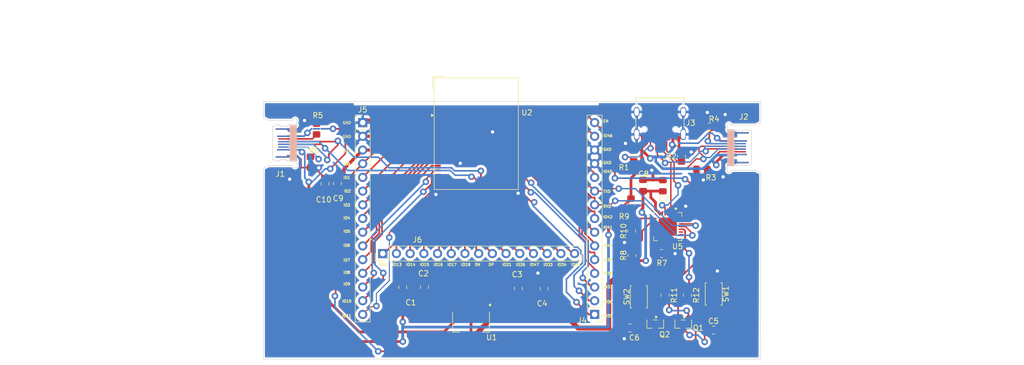
<source format=kicad_pcb>
(kicad_pcb (version 20241229) (generator "pcbnew") (generator_version "9.0")
  (layers (0 "F.Cu" signal) (2 "B.Cu" signal) (13 "F.Paste" user) (15 "B.Paste" user) (5 "F.SilkS" user "F.Silkscreen") (7 "B.SilkS" user "B.Silkscreen") (1 "F.Mask" user) (3 "B.Mask" user) (25 "Edge.Cuts" user))
  (net 0 "")
  (net 1 "GND")
  (net 2 "/EN")
  (net 3 "/IO0")
  (net 4 "/AMS3.3")
  (net 5 "/DN1_USB")
  (net 6 "VBUS")
  (net 7 "/DP1_USB")
  (net 8 "Net-(J1-CC2)")
  (net 9 "Net-(J1-CC1)")
  (net 10 "/DN1")
  (net 11 "/DP1")
  (net 12 "Net-(J2-CC2)")
  (net 13 "Net-(J2-CC1)")
  (net 14 "Net-(J3-CC1)")
  (net 15 "Net-(J3-CC2)")
  (net 18 "/RTS0")
  (net 19 "Net-(Q1-B)")
  (net 20 "/DTR")
  (net 21 "Net-(Q2-B)")
  (net 22 "/ACTIVE")
  (net 23 "Net-(U5-~{RST})")
  (net 24 "Net-(U5-VBUS)")
  (net 25 "/IO7")
  (net 26 "/IO26")
  (net 27 "/IO11")
  (net 28 "/IO16")
  (net 29 "/IO41")
  (net 30 "/IO36")
  (net 31 "/IO13")
  (net 32 "/IO48")
  (net 33 "/IO9")
  (net 34 "/IO3")
  (net 35 "/IO6")
  (net 36 "/IO10")
  (net 37 "/IO5")
  (net 38 "/RXD")
  (net 39 "/IO33")
  (net 40 "/IO1")
  (net 41 "/IO17")
  (net 42 "/IO42")
  (net 43 "/IO47")
  (net 44 "/IO37")
  (net 45 "/IO39")
  (net 46 "/IO18")
  (net 47 "/IO46")
  (net 48 "/IO8")
  (net 49 "/IO34")
  (net 50 "/IO21")
  (net 51 "/IO45")
  (net 52 "/IO4")
  (net 53 "/IO35")
  (net 54 "/IO15")
  (net 55 "/IO40")
  (net 56 "/IO38")
  (net 57 "/IO2")
  (net 58 "/TXD")
  (net 59 "/IO14")
  (net 60 "/IO12")
  (footprint "phytypec:HRO_TYPE-C-31-M-12" (layer "F.Cu") (at 243.31 61.77 180)
    (property "Reference" "J3")
    (property "Value" "TYPE-C-31-M-12")
  )
  (footprint "Resistor_SMD:R_0805_2012Metric_Pad1.20x1.40mm_HandSolder" (layer "F.Cu") (at 237.94 78.84 -90)
    (property "Reference" "R9")
    (property "Value" "22.1k")
  )
  (footprint "Resistor_SMD:R_0805_2012Metric_Pad1.20x1.40mm_HandSolder" (layer "F.Cu") (at 238.05 83.87 90)
    (property "Reference" "R10")
    (property "Value" "47.5k")
  )
  (footprint "Connector_PinHeader_2.54mm:PinHeader_1x15_P2.54mm_Vertical" (layer "F.Cu") (at 231.2 99.31 180)
    (property "Reference" "J4")
    (property "Value" "Conn_01x15_Pin")
  )
  (footprint "Package_TO_SOT_SMD:SOT-23" (layer "F.Cu") (at 247.63 101.1025 -90)
    (property "Reference" "Q1")
    (property "Value" "SS8050")
  )
  (footprint "PCB_USBC:PCBTypeC_14P" (layer "F.Cu") (at 175.98 67.53 180)
    (property "Reference" "J1")
    (property "Value" "14 pin type c")
    (fp_line (start 5.2 4.2) (end 6.2 4.7) (stroke (width 0.1)) (layer "Edge.Cuts"))
    (fp_line (start 5.2 -4.2) (end 6.2 -4.7) (stroke (width 0.1)) (layer "Edge.Cuts"))
    (fp_line (start 4.45 -3.045) (end 4.45 3.045) (stroke (width 0.1)) (layer "Edge.Cuts"))
    (fp_line (start 3.7 3.345) (end 4.45 3.045) (stroke (width 0.1)) (layer "Edge.Cuts"))
    (fp_line (start 3.7 3.345) (end 3.199962 3.345) (stroke (width 0.1)) (layer "Edge.Cuts"))
    (fp_line (start 3.7 -3.345) (end 4.45 -3.045) (stroke (width 0.1)) (layer "Edge.Cuts"))
    (fp_line (start 3.7 -3.345) (end 3.199998 -3.345) (stroke (width 0.1)) (layer "Edge.Cuts"))
    (fp_line (start 2.90871 -3.096) (end 1.9916 -3.096) (stroke (width 0.1)) (layer "Edge.Cuts"))
    (fp_line (start 2.90845 3.096) (end 1.99129 3.096) (stroke (width 0.1)) (layer "Edge.Cuts"))
    (fp_line (start 1.700002 3.345) (end 0.7 3.345) (stroke (width 0.1)) (layer "Edge.Cuts"))
    (fp_line (start 1.700002 -3.345) (end 0.7 -3.345) (stroke (width 0.1)) (layer "Edge.Cuts"))
    (fp_line (start 0.700999 4.2) (end 5.2 4.2) (stroke (width 0.1)) (layer "Edge.Cuts"))
    (fp_line (start 0.700999 -4.2) (end 5.2 -4.2) (stroke (width 0.1)) (layer "Edge.Cuts"))
    (fp_line (start 0 3.93701) (end 0 3.61) (stroke (width 0.1)) (layer "Edge.Cuts"))
    (fp_line (start 0 -3.93701) (end 0 -3.61) (stroke (width 0.1)) (layer "Edge.Cuts"))
    (fp_arc (start 3.199998 -3.345) (mid 3.10022 -3.166653) (end 2.90871 -3.096) (stroke (width 0.1)) (layer "Edge.Cuts"))
    (fp_arc (start 2.90845 3.096) (mid 3.100151 3.166734) (end 3.199962 3.345) (stroke (width 0.1)) (layer "Edge.Cuts"))
    (fp_arc (start 1.9916 -3.096) (mid 1.799849 -3.166734) (end 1.700038 -3.345) (stroke (width 0.1)) (layer "Edge.Cuts"))
    (fp_arc (start 1.700002 3.345) (mid 1.79978 3.166653) (end 1.99129 3.096) (stroke (width 0.1)) (layer "Edge.Cuts"))
    (fp_arc (start 0.700999 4.2) (mid 0.160442 4.574491) (end 0 3.93701) (stroke (width 0.1)) (layer "Edge.Cuts"))
    (fp_arc (start 0.7 -3.345) (mid 0.159644 -2.970434) (end -0.000999 -3.60799) (stroke (width 0.1)) (layer "Edge.Cuts"))
    (fp_arc (start 0 -3.93701) (mid 0.160643 -4.574566) (end 0.700999 -4.2) (stroke (width 0.1)) (layer "Edge.Cuts"))
    (fp_arc (start -0.000999 3.60799) (mid 0.159644 2.970434) (end 0.7 3.345) (stroke (width 0.1)) (layer "Edge.Cuts"))
  )
  (footprint "Capacitor_SMD:C_0805_2012Metric_Pad1.18x1.45mm_HandSolder" (layer "F.Cu") (at 243.84 75.45 -90)
    (property "Reference" "C7")
    (property "Value" "0.1u")
  )
  (footprint "Resistor_SMD:R_0805_2012Metric_Pad1.20x1.40mm_HandSolder" (layer "F.Cu") (at 178.52 71.09 -90)
    (property "Reference" "R6")
    (property "Value" "5.1k")
  )
  (footprint "Connector_PinHeader_2.54mm:PinHeader_1x15_P2.54mm_Vertical" (layer "F.Cu") (at 188.21 63.75)
    (property "Reference" "J5")
    (property "Value" "Conn_01x15_Pin")
  )
  (footprint "Resistor_SMD:R_0805_2012Metric_Pad1.20x1.40mm_HandSolder" (layer "F.Cu") (at 248.4 95.75 -90)
    (property "Reference" "R12")
    (property "Value" "10k")
  )
  (footprint "Capacitor_SMD:C_0805_2012Metric_Pad1.18x1.45mm_HandSolder" (layer "F.Cu") (at 253.2325 102.23)
    (property "Reference" "C5")
    (property "Value" "0.1u")
  )
  (footprint "Connector_PinHeader_2.54mm:PinHeader_1x15_P2.54mm_Vertical" (layer "F.Cu") (at 191.925 88.025 90)
    (property "Reference" "J6")
    (property "Value" "Conn_01x15_Pin")
  )
  (footprint "Capacitor_SMD:C_0805_2012Metric_Pad1.18x1.45mm_HandSolder" (layer "F.Cu") (at 181.24 75.09 90)
    (property "Reference" "C10")
    (property "Value" "22u")
  )
  (footprint "Resistor_SMD:R_0805_2012Metric_Pad1.20x1.40mm_HandSolder" (layer "F.Cu") (at 247.28 69.96 90)
    (property "Reference" "R2")
    (property "Value" "5.1k")
  )
  (footprint "RF_Module:ESP32-S2-MINI-1" (layer "F.Cu") (at 209.26 65.8)
    (property "Reference" "U2")
    (property "Value" "ESP32-S3-MINI-1")
  )
  (footprint "Capacitor_SMD:C_0805_2012Metric_Pad1.18x1.45mm_HandSolder" (layer "F.Cu") (at 199.66 94.275 90)
    (property "Reference" "C2")
    (property "Value" "0.1uF")
  )
  (footprint "Capacitor_SMD:C_0805_2012Metric_Pad1.18x1.45mm_HandSolder" (layer "F.Cu") (at 195.635 94.2875 90)
    (property "Reference" "C1")
    (property "Value" "10uF")
  )
  (footprint "Resistor_SMD:R_0805_2012Metric_Pad1.20x1.40mm_HandSolder" (layer "F.Cu") (at 252.46 64.59 180)
    (property "Reference" "R4")
    (property "Value" "5.1k")
  )
  (footprint "Capacitor_SMD:C_0805_2012Metric_Pad1.18x1.45mm_HandSolder" (layer "F.Cu") (at 240.17 75.41 -90)
    (property "Reference" "C8")
    (property "Value" "4.7u")
  )
  (footprint "PCB_USBC:PCBTypeC_14P" (layer "F.Cu") (at 255.8 68.41)
    (property "Reference" "J2")
    (property "Value" "24 pin type c")
    (fp_line (start 0 -3.93701) (end 0 -3.61) (stroke (width 0.1)) (layer "Edge.Cuts"))
    (fp_line (start 0 3.93701) (end 0 3.61) (stroke (width 0.1)) (layer "Edge.Cuts"))
    (fp_line (start 0.700999 -4.2) (end 5.2 -4.2) (stroke (width 0.1)) (layer "Edge.Cuts"))
    (fp_line (start 0.700999 4.2) (end 5.2 4.2) (stroke (width 0.1)) (layer "Edge.Cuts"))
    (fp_line (start 1.700002 -3.345) (end 0.7 -3.345) (stroke (width 0.1)) (layer "Edge.Cuts"))
    (fp_line (start 1.700002 3.345) (end 0.7 3.345) (stroke (width 0.1)) (layer "Edge.Cuts"))
    (fp_line (start 2.90845 3.2) (end 1.99129 3.2) (stroke (width 0.1)) (layer "Edge.Cuts"))
    (fp_line (start 2.90871 -3.2) (end 1.9916 -3.2) (stroke (width 0.1)) (layer "Edge.Cuts"))
    (fp_line (start 3.7 -3.345) (end 3.199998 -3.345) (stroke (width 0.1)) (layer "Edge.Cuts"))
    (fp_line (start 3.7 -3.345) (end 4.45 -3.045) (stroke (width 0.1)) (layer "Edge.Cuts"))
    (fp_line (start 3.7 3.345) (end 3.199962 3.345) (stroke (width 0.1)) (layer "Edge.Cuts"))
    (fp_line (start 3.7 3.345) (end 4.45 3.045) (stroke (width 0.1)) (layer "Edge.Cuts"))
    (fp_line (start 4.45 -3.045) (end 4.45 3.045) (stroke (width 0.1)) (layer "Edge.Cuts"))
    (fp_line (start 5.2 -4.2) (end 6.2 -4.7) (stroke (width 0.1)) (layer "Edge.Cuts"))
    (fp_line (start 5.2 4.2) (end 6.2 4.7) (stroke (width 0.1)) (layer "Edge.Cuts"))
    (fp_arc (start -0.000999 3.60799) (mid 0.159644 2.970434) (end 0.7 3.345) (stroke (width 0.1)) (layer "Edge.Cuts"))
    (fp_arc (start 0 -3.93701) (mid 0.160643 -4.574566) (end 0.700999 -4.2) (stroke (width 0.1)) (layer "Edge.Cuts"))
    (fp_arc (start 0.7 -3.345) (mid 0.159644 -2.970434) (end -0.000999 -3.60799) (stroke (width 0.1)) (layer "Edge.Cuts"))
    (fp_arc (start 0.700999 4.2) (mid 0.160442 4.574491) (end 0 3.93701) (stroke (width 0.1)) (layer "Edge.Cuts"))
    (fp_arc (start 1.700002 3.345) (mid 1.85 3.214167) (end 1.99129 3.2) (stroke (width 0.1)) (layer "Edge.Cuts"))
    (fp_arc (start 1.9916 -3.2) (mid 1.820361 -3.214074) (end 1.700002 -3.345) (stroke (width 0.1)) (layer "Edge.Cuts"))
    (fp_arc (start 2.90845 3.2) (mid 3.076602 3.258873) (end 3.199962 3.345) (stroke (width 0.1)) (layer "Edge.Cuts"))
    (fp_arc (start 3.199998 -3.345) (mid 3.06923 -3.234507) (end 2.90871 -3.2) (stroke (width 0.1)) (layer "Edge.Cuts"))
  )
  (footprint "Capacitor_SMD:C_0805_2012Metric_Pad1.18x1.45mm_HandSolder" (layer "F.Cu") (at 237.75 101.8 180)
    (property "Reference" "C6")
    (property "Value" "0.1u")
  )
  (footprint "Button_Switch_SMD:SW_Push_SPST_NO_Alps_SKRK" (layer "F.Cu") (at 239.396667 96.04 90)
    (property "Reference" "SW2")
    (property "Value" "SW_Push")
  )
  (footprint "Capacitor_SMD:C_0805_2012Metric_Pad1.18x1.45mm_HandSolder" (layer "F.Cu") (at 217.06 94.4825 90)
    (property "Reference" "C3")
    (property "Value" "22uF")
  )
  (footprint "Resistor_SMD:R_0805_2012Metric_Pad1.20x1.40mm_HandSolder" (layer "F.Cu") (at 244.273334 95.75 -90)
    (property "Reference" "R11")
    (property "Value" "10k")
  )
  (footprint "Resistor_SMD:R_0805_2012Metric_Pad1.20x1.40mm_HandSolder" (layer "F.Cu") (at 251.07 72.42 180)
    (property "Reference" "R3")
    (property "Value" "5.1k")
  )
  (footprint "Package_TO_SOT_SMD:SOT-223-3_TabPin2" (layer "F.Cu") (at 208.2925 100.69 -90)
    (property "Reference" "U1")
    (property "Value" "AMS1117-3.3")
  )
  (footprint "Resistor_SMD:R_0805_2012Metric_Pad1.20x1.40mm_HandSolder" (layer "F.Cu") (at 238.13 88.39 -90)
    (property "Reference" "R8")
    (property "Value" "2k")
  )
  (footprint "Capacitor_SMD:C_0805_2012Metric_Pad1.18x1.45mm_HandSolder" (layer "F.Cu") (at 221.86 94.5225 90)
    (property "Reference" "C4")
    (property "Value" "0.1uF")
  )
  (footprint "Button_Switch_SMD:SW_Push_SPST_NO_Alps_SKRK" (layer "F.Cu") (at 253.276667 95.52 -90)
    (property "Reference" "SW1")
    (property "Value" "SW_Push")
  )
  (footprint "Package_TO_SOT_SMD:SOT-23" (layer "F.Cu") (at 242.44 101.1025 -90)
    (property "Reference" "Q2")
    (property "Value" "SS8050")
  )
  (footprint "Capacitor_SMD:C_0805_2012Metric_Pad1.18x1.45mm_HandSolder" (layer "F.Cu") (at 183.52 75.05 90)
    (property "Reference" "C9")
    (property "Value" "0.1u")
  )
  (footprint "Package_DFN_QFN:QFN-28-1EP_5x5mm_P0.5mm_EP3.35x3.35mm" (layer "F.Cu") (at 244.76 83.03 -90)
    (property "Reference" "U5")
    (property "Value" "CP2102N-Axx-xQFN28")
  )
  (footprint "Resistor_SMD:R_0805_2012Metric_Pad1.20x1.40mm_HandSolder" (layer "F.Cu") (at 238.46 69.93 90)
    (property "Reference" "R1")
    (property "Value" "5.1k")
  )
  (footprint "Resistor_SMD:R_0805_2012Metric_Pad1.20x1.40mm_HandSolder" (layer "F.Cu") (at 179.65 64.94 90)
    (property "Reference" "R5")
    (property "Value" "5.1k")
  )
  (footprint "Resistor_SMD:R_0805_2012Metric_Pad1.20x1.40mm_HandSolder" (layer "F.Cu") (at 243.59 88.02 180)
    (property "Reference" "R7")
    (property "Value" "10k")
  )
  (gr_line (start 262 59.85) (end 169.79 59.85) (stroke (width 0.1)) (layer "Edge.Cuts"))
  (gr_line (start 261.89 107.58) (end 262 73.11) (stroke (width 0.1)) (layer "Edge.Cuts"))
  (gr_line (start 169.78 72.23) (end 169.78 107.58) (stroke (width 0.1)) (layer "Edge.Cuts"))
  (gr_line (start 262 63.71) (end 262 59.85) (stroke (width 0.1)) (layer "Edge.Cuts"))
  (gr_line (start 169.78 107.58) (end 261.89 107.58) (stroke (width 0.1)) (layer "Edge.Cuts"))
  (gr_line (start 169.79 59.85) (end 169.78 62.83) (stroke (width 0.1)) (layer "Edge.Cuts"))
  (gr_text "IO7\n" (at 184.555358 89.54 0) (layer "F.SilkS") (effects (font (size 0.5 0.5) (thickness 0.125)) (justify left bottom)))
  (gr_text "TXD" (at 232.71 76.81 0) (layer "F.SilkS") (effects (font (size 0.5 0.5) (thickness 0.125)) (justify left bottom)))
  (gr_text "GND\n" (at 184.45 66.64 0) (layer "F.SilkS") (effects (font (size 0.5 0.5) (thickness 0.1)) (justify left bottom)))
  (gr_text "IO3\n" (at 184.555358 79.34 0) (layer "F.SilkS") (effects (font (size 0.5 0.5) (thickness 0.125)) (justify left bottom)))
  (gr_text "IO26\n" (at 216.544286 90.37 0) (layer "F.SilkS") (effects (font (size 0.5 0.5) (thickness 0.125)) (justify left bottom)))
  (gr_text "IO9\n\n" (at 184.555358 94.779202 0) (layer "F.SilkS") (effects (font (size 0.5 0.5) (thickness 0.125)) (justify left bottom)))
  (gr_text "IO40" (at 232.71 86.85 0) (layer "F.SilkS") (effects (font (size 0.5 0.5) (thickness 0.125)) (justify left bottom)))
  (gr_text "IO39" (at 232.71 89.47 0) (layer "F.SilkS") (effects (font (size 0.5 0.5) (thickness 0.125)) (justify left bottom)))
  (gr_text "IO14\n" (at 196.172857 90.37 0) (layer "F.SilkS") (effects (font (size 0.5 0.5) (thickness 0.125)) (justify left bottom)))
  (gr_text "RXD\n" (at 232.71 79.56 0) (layer "F.SilkS") (effects (font (size 0.5 0.5) (thickness 0.125)) (justify left bottom)))
  (gr_text "EN\n" (at 232.71 63.78 0) (layer "F.SilkS") (effects (font (size 0.5 0.5) (thickness 0.125)) (justify left bottom)))
  (gr_text "IO8\n\n" (at 184.555358 92.64 0) (layer "F.SilkS") (effects (font (size 0.5 0.5) (thickness 0.125)) (justify left bottom)))
  (gr_text "IO1\n" (at 184.555358 74.24 0) (layer "F.SilkS") (effects (font (size 0.5 0.5) (thickness 0.125)) (justify left bottom)))
  (gr_text "IO10\n" (at 184.317263 97.149601 0) (layer "F.SilkS") (effects (font (size 0.5 0.5) (thickness 0.125)) (justify left bottom)))
  (gr_text "IO47\n" (at 219.090714 90.37 0) (layer "F.SilkS") (effects (font (size 0.5 0.5) (thickness 0.125)) (justify left bottom)))
  (gr_text "GND\n" (at 184.45 64.07 0) (layer "F.SilkS") (effects (font (size 0.5 0.5) (thickness 0.1)) (justify left bottom)))
  (gr_text "IO46\n" (at 232.71 66.47 0) (layer "F.SilkS") (effects (font (size 0.5 0.5) (thickness 0.125)) (justify left bottom)))
  (gr_text "IO45\n" (at 232.71 73.12 0) (layer "F.SilkS") (effects (font (size 0.5 0.5) (thickness 0.125)) (justify left bottom)))
  (gr_text "IO4\n" (at 184.555358 81.73 0) (layer "F.SilkS") (effects (font (size 0.5 0.5) (thickness 0.125)) (justify left bottom)))
  (gr_text "IO21" (at 213.997857 90.37 0) (layer "F.SilkS") (effects (font (size 0.5 0.5) (thickness 0.125)) (justify left bottom)))
  (gr_text "IO17\n" (at 203.812143 90.37 0) (layer "F.SilkS") (effects (font (size 0.5 0.5) (thickness 0.125)) (justify left bottom)))
  (gr_text "IO12\n" (at 191.08 90.37 0) (layer "F.SilkS") (effects (font (size 0.5 0.5) (thickness 0.125)) (justify left bottom)))
  (gr_text "GND\n" (at 232.71 69.03 0) (layer "F.SilkS") (effects (font (size 0.5 0.5) (thickness 0.125)) (justify left bottom)))
  (gr_text "DP\n" (at 211.451429 90.37 0) (layer "F.SilkS") (effects (font (size 0.5 0.5) (thickness 0.125)) (justify left bottom)))
  (gr_text "IO11\n" (at 184.317263 99.86 0) (layer "F.SilkS") (effects (font (size 0.5 0.5) (thickness 0.125)) (justify left bottom)))
  (gr_text "IO2\n\n" (at 184.69 77.55 0) (layer "F.SilkS") (effects (font (size 0.5 0.5) (thickness 0.125)) (justify left bottom)))
  (gr_text "IO34\n" (at 224.183571 90.37 0) (layer "F.SilkS") (effects (font (size 0.5 0.5) (thickness 0.125)) (justify left bottom)))
  (gr_text "IO18\n" (at 206.358571 90.37 0) (layer "F.SilkS") (effects (font (size 0.5 0.5) (thickness 0.125)) (justify left bottom)))
  (gr_text "IO35" (at 232.71 99.86 0) (layer "F.SilkS") (effects (font (size 0.5 0.5) (thickness 0.125)) (justify left bottom)))
  (gr_text "IO16\n" (at 201.265714 90.37 0) (layer "F.SilkS") (effects (font (size 0.5 0.5) (thickness 0.125)) (justify left bottom)))
  (gr_text "IO37" (at 232.71 94.51 0) (layer "F.SilkS") (effects (font (size 0.5 0.5) (thickness 0.125)) (justify left bottom)))
  (gr_text "3v3\n" (at 184.507739 69.25 0) (layer "F.SilkS") (effects (font (size 0.5 0.5) (thickness 0.125)) (justify left bottom)))
  (gr_text "IO42" (at 232.71 81.55 0) (layer "F.SilkS") (effects (font (size 0.5 0.5) (thickness 0.125)) (justify left bottom)))
  (gr_text "IO36" (at 232.71 97.26 0) (layer "F.SilkS") (effects (font (size 0.5 0.5) (thickness 0.125)) (justify left bottom)))
  (gr_text "IO33\n" (at 221.637143 90.37 0) (layer "F.SilkS") (effects (font (size 0.5 0.5) (thickness 0.125)) (justify left bottom)))
  (gr_text "IO6\n" (at 184.555358 86.8 0) (layer "F.SilkS") (effects (font (size 0.5 0.5) (thickness 0.125)) (justify left bottom)))
  (gr_text "IO41" (at 232.71 83.45 0) (layer "F.SilkS") (effects (font (size 0.5 0.5) (thickness 0.125)) (justify left bottom)))
  (gr_text "IO5\n" (at 184.555358 84.2 0) (layer "F.SilkS") (effects (font (size 0.5 0.5) (thickness 0.125)) (justify left bottom)))
  (gr_text "IO0\n" (at 184.555358 71.73 0) (layer "F.SilkS") (effects (font (size 0.5 0.5) (thickness 0.125)) (justify left bottom)))
  (gr_text "DN\n" (at 208.905 90.37 0) (layer "F.SilkS") (effects (font (size 0.5 0.5) (thickness 0.125)) (justify left bottom)))
  (gr_text "IO15\n" (at 198.719286 90.37 0) (layer "F.SilkS") (effects (font (size 0.5 0.5) (thickness 0.125)) (justify left bottom)))
  (gr_text "GND\n" (at 232.71 71.48 0) (layer "F.SilkS") (effects (font (size 0.5 0.5) (thickness 0.125)) (justify left bottom)))
  (gr_text "IO13\n" (at 193.626429 90.37 0) (layer "F.SilkS") (effects (font (size 0.5 0.5) (thickness 0.125)) (justify left bottom)))
  (gr_text "IO48\n" (at 226.73 90.37 0) (layer "F.SilkS") (effects (font (size 0.5 0.5) (thickness 0.125)) (justify left bottom)))
  (gr_text "IO38" (at 232.71 92.01 0) (layer "F.SilkS") (effects (font (size 0.5 0.5) (thickness 0.125)) (justify left bottom)))
  (segment (start 202.26 63.25) (end 199.96 63.25) (width 0.508) (layer "F.Cu") (net 1))
  (segment (start 243.8 74.3725) (end 243.84 74.4125) (width 0.508) (layer "F.Cu") (net 1))
  (segment (start 210.91 66.7) (end 210.91 70) (width 1.27) (layer "F.Cu") (net 1))
  (segment (start 199.66 93.2375) (end 207.29 93.2375) (width 0.9144) (layer "F.Cu") (net 1))
  (segment (start 246.83 66.84) (end 246.83 68.51) (width 0.508) (layer "F.Cu") (net 1))
  (segment (start 177.43 63.37) (end 177.98 63.92) (width 0.3048) (layer "F.Cu") (net 1))
  (segment (start 176.59 65.31) (end 174.64 65.31) (width 0.3048) (layer "F.Cu") (net 1))
  (segment (start 216.26 61.35) (end 202.26 61.35) (width 0.6096) (layer "F.Cu") (net 1))
  (segment (start 255.02 73.81) (end 254.85 73.64) (width 0.3048) (layer "F.Cu") (net 1))
  (segment (start 250.07 73.1) (end 251.35 74.38) (width 0.508) (layer "F.Cu") (net 1))
  (segment (start 193.88 63.25) (end 188.71 63.25) (width 0.508) (layer "F.Cu") (net 1))
  (segment (start 255.86 94.52) (end 254.76 93.42) (width 0.3048) (layer "F.Cu") (net 1))
  (segment (start 214.6875 93.445) (end 217.06 93.445) (width 0.9144) (layer "F.Cu") (net 1))
  (segment (start 253.276667 93.42) (end 253.276667 91.943333) (width 0.3048) (layer "F.Cu") (net 1))
  (segment (start 238.24 68.93) (end 238.46 68.93) (width 0.508) (layer "F.Cu") (net 1))
  (segment (start 242 74.3425) (end 242.07 74.4125) (width 0.508) (layer "F.Cu") (net 1))
  (segment (start 255.9124 66.22) (end 256.61 66.22) (width 0.3048) (layer "F.Cu") (net 1))
  (segment (start 188.21 66.29) (end 190.84 66.29) (width 0.6096) (layer "F.Cu") (net 1))
  (segment (start 254.938367 62.721633) (end 254.59 63.07) (width 0.3) (layer "F.Cu") (net 1))
  (segment (start 254.910513 70.859487) (end 257.166087 70.859487) (width 0.3048) (layer "F.Cu") (net 1))
  (segment (start 200.81 62.4) (end 199.96 63.25) (width 0.508) (layer "F.Cu") (net 1))
  (segment (start 207.6 70) (end 206.29 71.31) (width 1.27) (layer "F.Cu") (net 1))
  (segment (start 174.3134 64.9834) (end 174.3134 64.950091) (width 0.3048) (layer "F.Cu") (net 1))
  (segment (start 241.79 72.59) (end 242 72.8) (width 0.508) (layer "F.Cu") (net 1))
  (segment (start 207.61 68.35) (end 210.91 68.35) (width 1.27) (layer "F.Cu") (net 1))
  (segment (start 245.26 80.58) (end 245.26 82.53) (width 0.3048) (layer "F.Cu") (net 1))
  (segment (start 255.39 66.22) (end 255.9124 66.22) (width 0.3) (layer "F.Cu") (net 1))
  (segment (start 245.26 82.53) (end 244.76 83.03) (width 0.3048) (layer "F.Cu") (net 1))
  (segment (start 213.66 64.1) (end 212.28 65.48) (width 0.508) (layer "F.Cu") (net 1))
  (segment (start 174.64 65.31) (end 174.3134 64.9834) (width 0.3048) (layer "F.Cu") (net 1))
  (segment (start 240.17 74.3725) (end 243.8 74.3725) (width 0.508) (layer "F.Cu") (net 1))
  (segment (start 240.11 66.52) (end 240.11 67.28) (width 0.508) (layer "F.Cu") (net 1))
  (segment (start 176.82 72.09) (end 174.67 74.24) (width 0.3048) (layer "F.Cu") (net 1))
  (segment (start 216.26 64.1) (end 213.66 64.1) (width 0.508) (layer "F.Cu") (net 1))
  (segment (start 190.84 66.29) (end 193.88 63.25) (width 0.6096) (layer "F.Cu") (net 1))
  (segment (start 221.82 93.445) (end 221.86 93.485) (width 0.9144) (layer "F.Cu") (net 1))
  (segment (start 256.61 66.22) (end 257.12 66.22) (width 0.3) (layer "F.Cu") (net 1))
  (segment (start 216.26 64.1) (end 216.26 64.95) (width 0.508) (layer "F.Cu") (net 1))
  (segment (start 216.97 76.789526) (end 216.97 76.27) (width 0.508) (layer "F.Cu") (net 1))
  (segment (start 247.635 61.77) (end 247.635 65.94) (width 0.3048) (layer "F.Cu") (net 1))
  (segment (start 209.26 66.7) (end 209.26 61.35) (width 1.27) (layer "F.Cu") (net 1))
  (segment (start 176.82 72.09) (end 176.78 72.05) (width 0.3048) (layer "F.Cu") (net 1))
  (segment (start 174.3134 69.894179) (end 174.3134 70.110181) (width 0.3048) (layer "F.Cu") (net 1))
  (segment (start 246.51 66.52) (end 246.83 66.84) (width 0.508) (layer "F.Cu") (net 1))
  (segment (start 207.61 66.7) (end 207.61 70) (width 1.27) (layer "F.Cu") (net 1))
  (segment (start 210.5925 97.54) (end 214.6875 93.445) (width 0.9144) (layer "F.Cu") (net 1))
  (segment (start 181.24 74.0525) (end 183.48 74.0525) (width 0.9144) (layer "F.Cu") (net 1))
  (segment (start 207.61 66.7) (end 210.91 66.7) (width 1.27) (layer "F.Cu") (net 1))
  (segment (start 179.65 63.94) (end 178.31 63.94) (width 0.3) (layer "F.Cu") (net 1))
  (segment (start 236.7125 100.824167) (end 236.7125 101.8) (width 0.3048) (layer "F.Cu") (net 1))
  (segment (start 177.43 63.35) (end 177.43 63.37) (width 0.3048) (layer "F.Cu") (net 1))
  (segment (start 217.06 93.445) (end 221.82 93.445) (width 0.9144) (layer "F.Cu") (net 1))
  (segment (start 242 72.8) (end 242 74.3425) (width 0.508) (layer "F.Cu") (net 1))
  (segment (start 250.07 72.42) (end 250.07 73.1) (width 0.508) (layer "F.Cu") (net 1))
  (segment (start 183.48 74.0525) (end 183.52 74.0125) (width 0.9144) (layer "F.Cu") (net 1))
  (segment (start 188.71 63.25) (end 188.21 63.75) (width 0.508) (layer "F.Cu") (net 1))
  (segment (start 245.85 88.04) (end 245.83 88.02) (width 0.3048) (layer "F.Cu") (net 1))
  (segment (start 243.84 74.4125) (end 244.1275 74.4125) (width 0.508) (layer "F.Cu") (net 1))
  (segment (start 251.46 64.59) (end 251.46 62.51) (width 0.3) (layer "F.Cu") (net 1))
  (segment (start 178.52 72.09) (end 176.82 72.09) (width 0.3048) (layer "F.Cu") (net 1))
  (segment (start 178.31 63.94) (end 178.3 63.93) (width 0.3) (layer "F.Cu") (net 1))
  (segment (start 254.85 70.92) (end 254.910513 70.859487) (width 0.3048) (layer "F.Cu") (net 1))
  (segment (start 255.4 62.26) (end 254.938367 62.721633) (width 0.3048) (layer "F.Cu") (net 1))
  (segment (start 239.396667 98.14) (end 236.7125 100.824167) (width 0.3048) (layer "F.Cu") (net 1))
  (segment (start 202.26 75.35) (end 202.26 76.594526) (width 0.508) (layer "F.Cu") (net 1))
  (segment (start 257.469 65.871) (end 257.469 65.828711) (width 0.3) (layer "F.Cu") (net 1))
  (segment (start 179.79 71.66) (end 179.83 71.7) (width 0.3048) (layer "F.Cu") (net 1))
  (segment (start 202.26 61.35) (end 202.26 62.4) (width 0.6096) (layer "F.Cu") (net 1))
  (segment (start 178.3 63.93) (end 178.29 63.92) (width 0.3) (layer "F.Cu") (net 1))
  (segment (start 216.26 75.56) (end 216.26 75.35) (width 0.508) (layer "F.Cu") (net 1))
  (segment (start 238.985 61.77) (end 238.985 65.94) (width 0.3048) (layer "F.Cu") (net 1))
  (segment (start 179.83 71.7) (end 179.83 72.6425) (width 0.3048) (layer "F.Cu") (net 1))
  (segment (start 246.83 68.51) (end 247.28 68.96) (width 0.508) (layer "F.Cu") (net 1))
  (segment (start 237.83 84.87) (end 238.05 84.87) (width 0.508) (layer "F.Cu") (net 1))
  (segment (start 254.59 63.07) (end 254.59 65.42) (width 0.3) (layer "F.Cu") (net 1))
  (segment (start 210.5925 96.54) (end 210.5925 97.54) (width 0.9144) (layer "F.Cu") (net 1))
  (segment (start 246.51 66.52) (end 247.055 66.52) (width 0.508) (layer "F.Cu") (net 1))
  (segment (start 254.27 102.23) (end 255.86 100.64) (width 0.3048) (layer "F.Cu") (net 1))
  (segment (start 202.26 76.594526) (end 201.777263 77.077263) (width 0.508) (layer "F.Cu") (net 1))
  (segment (start 176.079435 69.894179) (end 174.3134 69.894179) (width 0.3048) (layer "F.Cu") (net 1))
  (segment (start 247.28 68.96) (end 248.86 68.96) (width 0.508) (layer "F.Cu") (net 1))
  (segment (start 221.86 93.485) (end 221.86 92.81) (width 0.9144) (layer "F.Cu") (net 1))
  (segment (start 199.6475 93.25) (end 199.66 93.2375) (width 0.9144) (layer "F.Cu") (net 1))
  (segment (start 245.83 88.02) (end 244.59 88.02) (width 0.3048) (layer "F.Cu") (net 1))
  (segment (start 247.055 66.52) (end 247.635 65.94) (width 0.508) (layer "F.Cu") (net 1))
  (segment (start 251.15 73.96) (end 251.25 74.06) (width 0.3) (layer "F.Cu") (net 1))
  (segment (start 240.11 67.28) (end 238.46 68.93) (width 0.508) (layer "F.Cu") (net 1))
  (segment (start 236.92 67.61) (end 238.24 68.93) (width 0.508) (layer "F.Cu") (net 1))
  (segment (start 236.7125 101.8) (end 236.7125 103.7775) (width 0.3048) (layer "F.Cu") (net 1))
  (segment (start 239.53 65.94) (end 240.11 66.52) (width 0.3048) (layer "F.Cu") (net 1))
  (segment (start 246.11 88.04) (end 245.85 88.04) (width 0.3048) (layer "F.Cu") (net 1))
  (segment (start 245.26 80.58) (end 245.26 80.090096) (width 0.3048) (layer "F.Cu") (net 1))
  (segment (start 207.61 70) (end 207.6 70) (width 1.27) (layer "F.Cu") (net 1))
  (segment (start 211.06 66.7) (end 212.28 65.48) (width 1.27) (layer "F.Cu") (net 1))
  (segment (start 207.29 93.2375) (end 210.5925 96.54) (width 0.9144) (layer "F.Cu") (net 1))
  (segment (start 176.78 70.594744) (end 176.079435 69.894179) (width 0.3048) (layer "F.Cu") (net 1))
  (segment (start 178.52 72.09) (end 180.03 72.09) (width 0.508) (layer "F.Cu") (net 1))
  (segment (start 254.85 73.64) (end 254.85 70.92) (width 0.3048) (layer "F.Cu") (net 1))
  (segment (start 257.12 66.22) (end 257.469 65.871) (width 0.3) (layer "F.Cu") (net 1))
  (segment (start 245.26 80.090096) (end 246.110096 79.24) (width 0.3048) (layer "F.Cu") (net 1))
  (segment (start 199.96 63.25) (end 193.88 63.25) (width 0.508) (layer "F.Cu") (net 1))
  (segment (start 254.59 65.42) (end 255.39 66.22) (width 0.3) (layer "F.Cu") (net 1))
  (segment (start 209.26 66.7) (end 209.26 70) (width 1.27) (layer "F.Cu") (net 1))
  (segment (start 177.43 64.47) (end 176.59 65.31) (width 0.3048) (layer "F.Cu") (net 1))
  (segment (start 177.98 63.92) (end 178.29 63.92) (width 0.3048) (layer "F.Cu") (net 1))
  (segment (start 179.64 63.93) (end 179.63 63.94) (width 0.3048) (layer "F.Cu") (net 1))
  (segment (start 251.46 62.51) (end 252.09 61.88) (width 0.3) (layer "F.Cu") (net 1))
  (segment (start 238.985 65.94) (end 239.53 65.94) (width 0.3048) (layer "F.Cu") (net 1))
  (segment (start 246.110096 79.24) (end 248.08 79.24) (width 0.3048) (layer "F.Cu") (net 1))
  (segment (start 176.78 72.05) (end 176.78 70.594744) (width 0.3048) (layer "F.Cu") (net 1))
  (segment (start 217.018001 76.837527) (end 216.97 76.789526) (width 0.508) (layer "F.Cu") (net 1))
  (segment (start 195.635 93.25) (end 199.6475 93.25) (width 0.9144) (layer "F.Cu") (net 1))
  (segment (start 210.91 66.7) (end 211.06 66.7) (width 1.27) (layer "F.Cu") (net 1))
  (segment (start 248.86 68.96) (end 249.11 69.21) (width 0.508) (layer "F.Cu") (net 1))
  (segment (start 254.76 93.42) (end 253.276667 93.42) (width 0.3048) (layer "F.Cu") (net 1))
  (segment (start 202.26 62.4) (end 200.81 62.4) (width 0.508) (layer "F.Cu") (net 1))
  (segment (start 207.61 70) (end 210.91 70) (width 1.27) (layer "F.Cu") (net 1))
  (segment (start 179.83 72.6425) (end 181.24 74.0525) (width 0.3048) (layer "F.Cu") (net 1))
  (segment (start 253.276667 91.943333) (end 253.96 91.26) (width 0.3048) (layer "F.Cu") (net 1))
  (segment (start 236.73 85.97) (end 237.83 84.87) (width 0.508) (layer "F.Cu") (net 1))
  (segment (start 179.65 63.94) (end 179.64 63.93) (width 0.3) (layer "F.Cu") (net 1))
  (segment (start 216.97 76.27) (end 216.26 75.56) (width 0.508) (layer "F.Cu") (net 1))
  (segment (start 257.166087 70.859487) (end 257.4666 71.16) (width 0.3048) (layer "F.Cu") (net 1))
  (segment (start 255.86 100.64) (end 255.86 94.52) (width 0.3048) (layer "F.Cu") (net 1))
  (segment (start 236.7125 103.7775) (end 236.69 103.8) (width 0.3048) (layer "F.Cu") (net 1))
  (segment (start 221.86 92.81) (end 220.69 91.64) (width 0.9144) (layer "F.Cu") (net 1))
  (segment (start 177.43 63.35) (end 177.43 64.47) (width 0.3048) (layer "F.Cu") (net 1))
  (via (at 236.69 103.8) (size 1.2192) (drill 0.6096) (layers "F.Cu" "B.Cu") (net 1))
  (via (at 177.43 63.35) (size 1.2192) (drill 0.6096) (layers "F.Cu" "B.Cu") (net 1))
  (via (at 220.69 91.64) (size 1.2192) (drill 0.6096) (layers "F.Cu" "B.Cu") (net 1))
  (via (at 217.018001 76.837527) (size 1.2192) (drill 0.6096) (layers "F.Cu" "B.Cu") (net 1))
  (via (at 255.4 62.26) (size 1.2192) (drill 0.6096) (layers "F.Cu" "B.Cu") (net 1))
  (via (at 174.67 74.24) (size 1.2192) (drill 0.6096) (layers "F.Cu" "B.Cu") (net 1))
  (via (at 249.11 69.21) (size 1.2192) (drill 0.6096) (layers "F.Cu" "B.Cu") (net 1))
  (via (at 248.08 79.24) (size 1.2192) (drill 0.6096) (layers "F.Cu" "B.Cu") (net 1))
  (via (at 241.79 72.59) (size 1.2192) (drill 0.6096) (layers "F.Cu" "B.Cu") (net 1))
  (via (at 206.29 71.31) (size 1.2192) (drill 0.6096) (layers "F.Cu" "B.Cu") (net 1))
  (via (at 246.11 88.04) (size 1.2192) (drill 0.6096) (layers "F.Cu" "B.Cu") (net 1))
  (via (at 201.777263 77.077263) (size 1.2192) (drill 0.6096) (layers "F.Cu" "B.Cu") (net 1))
  (via (at 212.28 65.48) (size 1.2192) (drill 0.6096) (layers "F.Cu" "B.Cu") (net 1))
  (via (at 236.73 85.97) (size 1.2192) (drill 0.6096) (layers "F.Cu" "B.Cu") (net 1))
  (via (at 252.09 61.88) (size 1.2192) (drill 0.6096) (layers "F.Cu" "B.Cu") (net 1))
  (via (at 236.92 67.61) (size 1.2192) (drill 0.6096) (layers "F.Cu" "B.Cu") (net 1))
  (via (at 251.35 74.38) (size 1.2192) (drill 0.6096) (layers "F.Cu" "B.Cu") (net 1))
  (via (at 253.96 91.26) (size 1.2192) (drill 0.6096) (layers "F.Cu" "B.Cu") (net 1))
  (via (at 255.02 73.81) (size 1.2192) (drill 0.6096) (layers "F.Cu" "B.Cu") (net 1))
  (via (at 180.07 72.13) (size 1.2192) (drill 0.6096) (layers "F.Cu" "B.Cu") (net 1))
  (segment (start 257.4666 65.9) (end 257.4666 65.8) (width 0.3048) (layer "B.Cu") (net 1))
  (segment (start 174.5334 65.31) (end 174.3134 65.09) (width 0.3048) (layer "B.Cu") (net 1))
  (segment (start 255.32 66.17) (end 257.1966 66.17) (width 0.3048) (layer "B.Cu") (net 1))
  (segment (start 176.059979 69.894179) (end 174.465821 69.894179) (width 0.3048) (layer "B.Cu") (net 1))
  (segment (start 256.8066 70.5) (end 257.4666 71.16) (width 0.3048) (layer "B.Cu") (net 1))
  (segment (start 254.85 73.64) (end 254.85 70.9674) (width 0.3048) (layer "B.Cu") (net 1))
  (segment (start 254.55 63.11) (end 254.55 65.4) (width 0.3048) (layer "B.Cu") (net 1))
  (segment (start 176.650491 70.484691) (end 176.059979 69.894179) (width 0.3048) (layer "B.Cu") (net 1))
  (segment (start 254.85 70.9674) (end 255.3174 70.5) (width 0.3048) (layer "B.Cu") (net 1))
  (segment (start 254.55 65.4) (end 255.32 66.17) (width 0.3048) (layer "B.Cu") (net 1))
  (segment (start 174.465821 69.894179) (end 174.3134 70.0466) (width 0.3048) (layer "B.Cu") (net 1))
  (segment (start 255.02 73.81) (end 254.85 73.64) (width 0.3048) (layer "B.Cu") (net 1))
  (segment (start 177.43 63.35) (end 177.43 64.47) (width 0.3048) (layer "B.Cu") (net 1))
  (segment (start 174.67 74.24) (end 176.650491 72.259509) (width 0.3048) (layer "B.Cu") (net 1))
  (segment (start 255.3174 70.5) (end 256.8066 70.5) (width 0.3048) (layer "B.Cu") (net 1))
  (segment (start 176.650491 72.259509) (end 176.650491 70.484691) (width 0.3048) (layer "B.Cu") (net 1))
  (segment (start 176.59 65.31) (end 174.5334 65.31) (width 0.3048) (layer "B.Cu") (net 1))
  (segment (start 255.4 62.26) (end 254.55 63.11) (width 0.3048) (layer "B.Cu") (net 1))
  (segment (start 257.1966 66.17) (end 257.4666 65.9) (width 0.3048) (layer "B.Cu") (net 1))
  (segment (start 174.3134 65.09) (end 174.3134 64.950091) (width 0.3048) (layer "B.Cu") (net 1))
  (segment (start 177.43 64.47) (end 176.59 65.31) (width 0.3048) (layer "B.Cu") (net 1))
  (segment (start 251.6 104.4) (end 251.6 102.825) (width 0.3048) (layer "F.Cu") (net 2))
  (segment (start 248.28 74.57) (end 248.47 74.57) (width 0.3048) (layer "F.Cu") (net 2))
  (segment (start 247.72 102.04) (end 248.81 103.13) (width 0.3048) (layer "F.Cu") (net 2))
  (segment (start 234.96 67.51) (end 231.2 63.75) (width 0.3048) (layer "F.Cu") (net 2))
  (segment (start 251.923267 96.2666) (end 253.276667 97.62) (width 0.3048) (layer "F.Cu") (net 2))
  (segment (start 247.96 74.25) (end 248.28 74.57) (width 0.3048) (layer "F.Cu") (net 2))
  (segment (start 216.26 62.4) (end 229.85 62.4) (width 0.3048) (layer "F.Cu") (net 2))
  (segment (start 251.6 102.825) (end 252.195 102.23) (width 0.3048) (layer "F.Cu") (net 2))
  (segment (start 251.923267 78.023267) (end 251.923267 96.2666) (width 0.3048) (layer "F.Cu") (net 2))
  (segment (start 252.195 102.23) (end 252.195 98.701667) (width 0.3048) (layer "F.Cu") (net 2))
  (segment (start 247.63 102.04) (end 247.72 102.04) (width 0.3048) (layer "F.Cu") (net 2))
  (segment (start 234.96 74.05) (end 234.96 67.51) (width 0.3048) (layer "F.Cu") (net 2))
  (segment (start 248.47 74.57) (end 251.923267 78.023267) (width 0.3048) (layer "F.Cu") (net 2))
  (segment (start 229.85 62.4) (end 231.2 63.75) (width 0.3048) (layer "F.Cu") (net 2))
  (segment (start 252.195 98.701667) (end 253.276667 97.62) (width 0.3048) (layer "F.Cu") (net 2))
  (via (at 247.96 74.25) (size 1.2192) (drill 0.6096) (layers "F.Cu" "B.Cu") (net 2))
  (via (at 251.6 104.4) (size 1.2192) (drill 0.6096) (layers "F.Cu" "B.Cu") (net 2))
  (via (at 234.96 74.05) (size 1.2192) (drill 0.6096) (layers "F.Cu" "B.Cu") (net 2))
  (via (at 248.81 103.13) (size 1.2192) (drill 0.6096) (layers "F.Cu" "B.Cu") (net 2))
  (segment (start 247.76 74.05) (end 247.96 74.25) (width 0.3048) (layer "B.Cu") (net 2))
  (segment (start 248.81 103.13) (end 250.33 103.13) (width 0.3048) (layer "B.Cu") (net 2))
  (segment (start 234.96 74.05) (end 247.76 74.05) (width 0.3048) (layer "B.Cu") (net 2))
  (segment (start 250.33 103.13) (end 251.6 104.4) (width 0.3048) (layer "B.Cu") (net 2))
  (segment (start 183.2 95.76) (end 183.2 78.62) (width 0.3048) (layer "F.Cu") (net 3))
  (segment (start 183.2 78.62) (end 186.2 75.62) (width 0.3048) (layer "F.Cu") (net 3))
  (segment (start 241.49 96.033333) (end 239.396667 93.94) (width 0.3048) (layer "F.Cu") (net 3))
  (segment (start 202.26 64.95) (end 194.63 64.95) (width 0.3048) (layer "F.Cu") (net 3))
  (segment (start 235.59 97.746667) (end 239.396667 93.94) (width 0.3048) (layer "F.Cu") (net 3))
  (segment (start 194.63 64.95) (end 188.21 71.37) (width 0.3048) (layer "F.Cu") (net 3))
  (segment (start 239.855 101.8) (end 238.7875 101.8) (width 0.3048) (layer "F.Cu") (net 3))
  (segment (start 191.08 106.15) (end 232.4 106.15) (width 0.3048) (layer "F.Cu") (net 3))
  (segment (start 232.4 106.15) (end 235.59 102.96) (width 0.3048) (layer "F.Cu") (net 3))
  (segment (start 186.2 75.62) (end 186.2 73.38) (width 0.3048) (layer "F.Cu") (net 3))
  (segment (start 235.59 102.96) (end 235.59 97.746667) (width 0.3048) (layer "F.Cu") (net 3))
  (segment (start 241.49 100.165) (end 239.855 101.8) (width 0.3048) (layer "F.Cu") (net 3))
  (segment (start 186.2 73.38) (end 188.21 71.37) (width 0.3048) (layer "F.Cu") (net 3))
  (segment (start 183.06 95.9) (end 183.2 95.76) (width 0.3048) (layer "F.Cu") (net 3))
  (segment (start 241.49 100.165) (end 241.49 96.033333) (width 0.3048) (layer "F.Cu") (net 3))
  (via (at 191.08 106.15) (size 1.2192) (drill 0.6096) (layers "F.Cu" "B.Cu") (net 3))
  (via (at 183.06 95.9) (size 1.2192) (drill 0.6096) (layers "F.Cu" "B.Cu") (net 3))
  (segment (start 183.06 98.13) (end 191.08 106.15) (width 0.3048) (layer "B.Cu") (net 3))
  (segment (start 183.06 95.9) (end 183.06 98.13) (width 0.3048) (layer "B.Cu") (net 3))
  (segment (start 240.17 76.4475) (end 243.8 76.4475) (width 0.508) (layer "F.Cu") (net 4))
  (segment (start 241.61 77.6375) (end 242.48 78.5075) (width 0.508) (layer "F.Cu") (net 4))
  (segment (start 187.55 102.55) (end 181.24 96.24) (width 0.508) (layer "F.Cu") (net 4))
  (segment (start 184.7508 72.2892) (end 184.7508 74.8567) (width 0.6096) (layer "F.Cu") (net 4))
  (segment (start 216.6125 95.52) (end 208.2925 103.84) (width 0.9144) (layer "F.Cu") (net 4))
  (segment (start 221.82 95.52) (end 221.86 95.56) (width 0.9144) (layer "F.Cu") (net 4))
  (segment (start 208.2925 103.84) (end 208.2925 97.54) (width 0.508) (layer "F.Cu") (net 4))
  (segment (start 243.8 76.4475) (end 243.84 76.4875) (width 0.508) (layer "F.Cu") (net 4))
  (segment (start 188.21 68.83) (end 184.7508 72.2892) (width 0.6096) (layer "F.Cu") (net 4))
  (segment (start 183.48 76.1275) (end 183.52 76.0875) (width 0.9144) (layer "F.Cu") (net 4))
  (segment (start 241.61 76.76) (end 241.61 77.6375) (width 0.508) (layer "F.Cu") (net 4))
  (segment (start 243.26 80.58) (end 243.68 80.58) (width 0.4064) (layer "F.Cu") (net 4))
  (segment (start 242.48 78.5075) (end 242.48 79.8) (width 0.508) (layer "F.Cu") (net 4))
  (segment (start 240.69 89.35) (end 238.17 89.35) (width 0.508) (layer "F.Cu") (net 4))
  (segment (start 239.96 80.4) (end 239.96 79.79) (width 0.508) (layer "F.Cu") (net 4))
  (segment (start 221.86 95.56) (end 228.14 101.84) (width 0.9144) (layer "F.Cu") (net 4))
  (segment (start 233.83 101.84) (end 233.83 93.69) (width 0.9144) (layer "F.Cu") (net 4))
  (segment (start 238.17 89.35) (end 238.13 89.39) (width 0.508) (layer "F.Cu") (net 4))
  (segment (start 189.74 68.83) (end 194.47 64.1) (width 0.6096) (layer "F.Cu") (net 4))
  (segment (start 228.14 101.84) (end 233.83 101.84) (width 0.9144) (layer "F.Cu") (net 4))
  (segment (start 194.47 64.1) (end 202.26 64.1) (width 0.6096) (layer "F.Cu") (net 4))
  (segment (start 239.96 79.79) (end 240.17 79.58) (width 0.508) (layer "F.Cu") (net 4))
  (segment (start 217.06 95.52) (end 216.6125 95.52) (width 0.9144) (layer "F.Cu") (net 4))
  (segment (start 181.24 96.24) (end 181.24 76.1275) (width 0.508) (layer "F.Cu") (net 4))
  (segment (start 181.24 76.1275) (end 183.48 76.1275) (width 0.9144) (layer "F.Cu") (net 4))
  (segment (start 208.2925 97.54) (end 203.2825 102.55) (width 0.508) (layer "F.Cu") (net 4))
  (segment (start 184.7508 74.8567) (end 183.52 76.0875) (width 0.6096) (layer "F.Cu") (net 4))
  (segment (start 203.2825 102.55) (end 187.55 102.55) (width 0.508) (layer "F.Cu") (net 4))
  (segment (start 217.06 95.52) (end 221.82 95.52) (width 0.9144) (layer "F.Cu") (net 4))
  (segment (start 240.17 79.58) (end 240.17 76.4475) (width 0.508) (layer "F.Cu") (net 4))
  (segment (start 188.21 68.83) (end 189.74 68.83) (width 0.6096) (layer "F.Cu") (net 4))
  (segment (start 233.83 93.69) (end 238.13 89.39) (width 0.9144) (layer "F.Cu") (net 4))
  (segment (start 242.48 79.8) (end 243.26 80.58) (width 0.508) (layer "F.Cu") (net 4))
  (via (at 239.96 80.4) (size 1.2192) (drill 0.6096) (layers "F.Cu" "B.Cu") (net 4))
  (via (at 240.69 89.35) (size 1.2192) (drill 0.6096) (layers "F.Cu" "B.Cu") (net 4))
  (segment (start 240.66 89.32) (end 240.69 89.35) (width 0.508) (layer "B.Cu") (net 4))
  (segment (start 239.96 80.4) (end 240.66 81.1) (width 0.508) (layer "B.Cu") (net 4))
  (segment (start 240.66 81.1) (end 240.66 89.32) (width 0.508) (layer "B.Cu") (net 4))
  (segment (start 209.705 88.025) (end 209.26 87.58) (width 0.3048) (layer "F.Cu") (net 5))
  (segment (start 181 68.29) (end 181 68.19) (width 0.3048) (layer "F.Cu") (net 5))
  (segment (start 209.26 74.32) (end 209.26 75.35) (width 0.3048) (layer "F.Cu") (net 5))
  (segment (start 181 68.19) (end 180.59 67.78) (width 0.3048) (layer "F.Cu") (net 5))
  (segment (start 208.73 73.79) (end 209.26 74.32) (width 0.3048) (layer "F.Cu") (net 5))
  (segment (start 181.23 68.52) (end 181 68.29) (width 0.3048) (layer "F.Cu") (net 5))
  (segment (start 209.26 87.58) (end 209.26 75.35) (width 0.3048) (layer "F.Cu") (net 5))
  (segment (start 180.59 67.78) (end 174.3134 67.78) (width 0.3048) (layer "F.Cu") (net 5))
  (segment (start 208.38 73.79) (end 208.73 73.79) (width 0.3048) (layer "F.Cu") (net 5))
  (via (at 181.23 68.52) (size 1.2192) (drill 0.6096) (layers "F.Cu" "B.Cu") (net 5))
  (via (at 208.38 73.79) (size 1.2192) (drill 0.6096) (layers "F.Cu" "B.Cu") (net 5))
  (segment (start 204.46 72.63) (end 205.34 73.51) (width 0.3048) (layer "B.Cu") (net 5))
  (segment (start 208.1 73.51) (end 208.38 73.79) (width 0.3048) (layer "B.Cu") (net 5))
  (segment (start 181 68.19) (end 180.09 67.28) (width 0.3048) (layer "B.Cu") (net 5))
  (segment (start 185.44 72.63) (end 204.46 72.63) (width 0.3048) (layer "B.Cu") (net 5))
  (segment (start 181.23 68.52) (end 181 68.29) (width 0.3048) (layer "B.Cu") (net 5))
  (segment (start 181.68 68.97) (end 181.78 68.97) (width 0.3048) (layer "B.Cu") (net 5))
  (segment (start 181.78 68.97) (end 185.44 72.63) (width 0.3048) (layer "B.Cu") (net 5))
  (segment (start 180.09 67.28) (end 174.3134 67.28) (width 0.3048) (layer "B.Cu") (net 5))
  (segment (start 181 68.29) (end 181 68.19) (width 0.3048) (layer "B.Cu") (net 5))
  (segment (start 205.34 73.51) (end 208.1 73.51) (width 0.3048) (layer "B.Cu") (net 5))
  (segment (start 181.23 68.52) (end 181.68 68.97) (width 0.3048) (layer "B.Cu") (net 5))
  (segment (start 239.92 68.472678) (end 239.92 68.88) (width 0.508) (layer "F.Cu") (net 6))
  (segment (start 255.51 67.17) (end 255.52 67.16) (width 0.3) (layer "F.Cu") (net 6))
  (segment (start 182.71 64.9) (end 183.72 64.9) (width 0.3048) (layer "F.Cu") (net 6))
  (segment (start 240.91 66.52) (end 240.865 66.565) (width 0.508) (layer "F.Cu") (net 6))
  (segment (start 176.95 69.2) (end 176.53 68.78) (width 0.3048) (layer "F.Cu") (net 6))
  (segment (start 245.71 66.52) (end 245.71 67.68) (width 0.508) (layer "F.Cu") (net 6))
  (segment (start 245.71 67.68) (end 245.56 67.83) (width 0.508) (layer "F.Cu") (net 6))
  (segment (start 177.3574 66.2626) (end 174.3134 66.2626) (width 0.3048) (layer "F.Cu") (net 6))
  (segment (start 255.055 69.765) (end 257.365 69.765) (width 0.508) (layer "F.Cu") (net 6))
  (segment (start 240.819 67.545) (end 240.819 67.573678) (width 0.508) (layer "F.Cu") (net 6))
  (segment (start 254.08 66.57) (end 254.68 67.17) (width 0.3) (layer "F.Cu") (net 6))
  (segment (start 199.6475 95.325) (end 199.66 95.3125) (width 0.9144) (layer "F.Cu") (net 6))
  (segment (start 199.66 95.3125) (end 195.6475 95.3125) (width 0.9144) (layer "F.Cu") (net 6))
  (segment (start 233.78 82.07) (end 237.94 77.91) (width 0.508) (layer "F.Cu") (net 6))
  (segment (start 203.765 95.3125) (end 205.9925 97.54) (width 0.9144) (layer "F.Cu") (net 6))
  (segment (start 184.99 66.17) (end 184.99 69.51) (width 0.3048) (layer "F.Cu") (net 6))
  (segment (start 240.41 69.37) (end 239.92 68.88) (width 0.508) (layer "F.Cu") (net 6))
  (segment (start 240.865 67.545) (end 240.819 67.545) (width 0.508) (layer "F.Cu") (net 6))
  (segment (start 187.13 104.34) (end 178.22 95.43) (width 0.508) (layer "F.Cu") (net 6))
  (segment (start 254.68 67.17) (end 255.51 67.17) (width 0.3) (layer "F.Cu") (net 6))
  (segment (start 255.52 67.16) (end 257.469 67.16) (width 0.3) (layer "F.Cu") (net 6))
  (segment (start 199.66 95.3125) (end 203.765 95.3125) (width 0.9144) (layer "F.Cu") (net 6))
  (segment (start 233.78 84.57) (end 233.78 82.07) (width 0.508) (layer "F.Cu") (net 6))
  (segment (start 184.99 69.51) (end 182.19 72.31) (width 0.3048) (layer "F.Cu") (net 6))
  (segment (start 239.92 72.08) (end 237.94 74.06) (width 0.508) (layer "F.Cu") (net 6))
  (segment (start 241.51 70.39) (end 240.49 69.37) (width 0.508) (layer "F.Cu") (net 6))
  (segment (start 237.94 74.06) (end 237.94 77.84) (width 0.508) (layer "F.Cu") (net 6))
  (segment (start 178.22 95.43) (end 178.22 74.76) (width 0.508) (layer "F.Cu") (net 6))
  (segment (start 176.53 68.78) (end 174.3134 68.78) (width 0.3048) (layer "F.Cu") (net 6))
  (segment (start 240.819 67.573678) (end 239.92 68.472678) (width 0.508) (layer "F.Cu") (net 6))
  (segment (start 253.75 71.61) (end 253.75 71.07) (width 0.508) (layer "F.Cu") (net 6))
  (segment (start 195.65 104.34) (end 187.13 104.34) (width 0.508) (layer "F.Cu") (net 6))
  (segment (start 253.96 66.57) (end 254.08 66.57) (width 0.3) (layer "F.Cu") (net 6))
  (segment (start 253.75 71.07) (end 255.055 69.765) (width 0.508) (layer "F.Cu") (net 6))
  (segment (start 239.92 68.88) (end 239.92 72.08) (width 0.508) (layer "F.Cu") (net 6))
  (segment (start 183.72 64.9) (end 184.99 66.17) (width 0.3048) (layer "F.Cu") (net 6))
  (segment (start 253.9 66.63) (end 253.96 66.57) (width 0.3) (layer "F.Cu") (net 6))
  (segment (start 177.96 65.66) (end 177.3574 66.2626) (width 0.3048) (layer "F.Cu") (net 6))
  (segment (start 195.635 95.325) (end 195.635 100.685) (width 0.508) (layer "F.Cu") (net 6))
  (segment (start 237.94 77.91) (end 237.94 77.84) (width 0.3048) (layer "F.Cu") (net 6))
  (segment (start 195.6475 95.3125) (end 195.635 95.325) (width 0.9144) (layer "F.Cu") (net 6))
  (segment (start 240.865 66.565) (end 240.865 67.545) (width 0.508) (layer "F.Cu") (net 6))
  (segment (start 240.49 69.37) (end 240.41 69.37) (width 0.508) (layer "F.Cu") (net 6))
  (segment (start 195.635 100.685) (end 195.63 100.69) (width 0.3048) (layer "F.Cu") (net 6))
  (via (at 253.9 66.63) (size 1.2192) (drill 0.6096) (layers "F.Cu" "B.Cu") (net 6))
  (via (at 177.96 65.66) (size 1.2192) (drill 0.6096) (layers "F.Cu" "B.Cu") (net 6))
  (via (at 241.51 70.39) (size 1.2192) (drill 0.6096) (layers "F.Cu" "B.Cu") (net 6))
  (via (at 195.65 104.34) (size 1.2192) (drill 0.6096) (layers "F.Cu" "B.Cu") (net 6))
  (via (at 182.71 64.9) (size 1.2192) (drill 0.6096) (layers "F.Cu" "B.Cu") (net 6))
  (via (at 253.75 71.61) (size 1.2192) (drill 0.6096) (layers "F.Cu" "B.Cu") (net 6))
  (via (at 233.78 84.57) (size 1.2192) (drill 0.6096) (layers "F.Cu" "B.Cu") (net 6))
  (via (at 178.22 74.76) (size 1.2192) (drill 0.6096) (layers "F.Cu" "B.Cu") (net 6))
  (via (at 176.95 69.2) (size 1.2192) (drill 0.6096) (layers "F.Cu" "B.Cu") (net 6))
  (via (at 245.56 67.83) (size 1.2192) (drill 0.6096) (layers "F.Cu" "B.Cu") (net 6))
  (via (at 195.63 100.69) (size 1.2192) (drill 0.6096) (layers "F.Cu" "B.Cu") (net 6))
  (via (at 182.19 72.31) (size 1.2192) (drill 0.6096) (layers "F.Cu" "B.Cu") (net 6))
  (segment (start 176.95 69.2) (end 176.86 69.11) (width 0.3048) (layer "B.Cu") (net 6))
  (segment (start 176.95 69.2) (end 177.29 69.2) (width 0.3048) (layer "B.Cu") (net 6))
  (segment (start 233.77 101.47) (end 233.58 101.66) (width 0.508) (layer "B.Cu") (net 6))
  (segment (start 243.78 70.18) (end 244.127732 70.18) (width 0.508) (layer "B.Cu") (net 6))
  (segment (start 243.66 70.06) (end 243.78 70.18) (width 0.508) (layer "B.Cu") (net 6))
  (segment (start 253.9 66.63) (end 253.96 66.57) (width 0.3) (layer "B.Cu") (net 6))
  (segment (start 233.78 84.64) (end 233.78 84.57) (width 0.3048) (layer "B.Cu") (net 6))
  (segment (start 177.47 74.01) (end 178.22 74.76) (width 0.3048) (layer "B.Cu") (net 6))
  (segment (start 233.58 101.66) (end 195.63 101.66) (width 0.508) (layer "B.Cu") (net 6))
  (segment (start 243.828393 72.298728) (end 251.314344 72.298728) (width 0.508) (layer "B.Cu") (net 6))
  (segment (start 241.51 70.39) (end 241.81 70.09) (width 0.508) (layer "B.Cu") (net 6))
  (segment (start 252.999 65.729) (end 252.271 65.729) (width 0.3) (layer "B.Cu") (net 6))
  (segment (start 181.28 72.31) (end 182.19 72.31) (width 0.3048) (layer "B.Cu") (net 6))
  (segment (start 176.7838 68.78) (end 174.3134 68.78) (width 0.3048) (layer "B.Cu") (net 6))
  (segment (start 242.53 70.09) (end 243.497732 70.09) (width 0.508) (layer "B.Cu") (net 6))
  (segment (start 253.84 66.57) (end 252.999 65.729) (width 0.3) (layer "B.Cu") (net 6))
  (segment (start 176.86 69.11) (end 176.86 68.8562) (width 0.3048) (layer "B.Cu") (net 6))
  (segment (start 195.63 103.4) (end 195.63 104.32) (width 0.508) (layer "B.Cu") (net 6))
  (segment (start 176.86 68.8562) (end 176.7838 68.78) (width 0.3048) (layer "B.Cu") (net 6))
  (segment (start 177.34 66.28) (end 174.3134 66.28) (width 0.3048) (layer "B.Cu") (net 6))
  (segment (start 177.47 69.38) (end 177.47 74.01) (width 0.3048) (layer "B.Cu") (net 6))
  (segment (start 250.43 67.57) (end 246.737732 67.57) (width 0.3) (layer "B.Cu") (net 6))
  (segment (start 246.737732 67.57) (end 245.56 68.747732) (width 0.3) (layer "B.Cu") (net 6))
  (segment (start 253.96 66.57) (end 253.84 66.57) (width 0.3) (layer "B.Cu") (net 6))
  (segment (start 253.9 66.63) (end 254.4266 67.1566) (width 0.3) (layer "B.Cu") (net 6))
  (segment (start 252.271 65.729) (end 250.43 67.57) (width 0.3) (layer "B.Cu") (net 6))
  (segment (start 178.83 74.76) (end 181.28 72.31) (width 0.3048) (layer "B.Cu") (net 6))
  (segment (start 195.63 104.32) (end 195.65 104.34) (width 0.3048) (layer "B.Cu") (net 6))
  (segment (start 257.36 69.78) (end 257.365 69.785) (width 0.508) (layer "B.Cu") (net 6))
  (segment (start 244.127732 70.18) (end 245.56 68.747732) (width 0.508) (layer "B.Cu") (net 6))
  (segment (start 233.77 84.65) (end 233.77 101.47) (width 0.508) (layer "B.Cu") (net 6))
  (segment (start 253.141536 70.471536) (end 253.833072 69.78) (width 0.508) (layer "B.Cu") (net 6))
  (segment (start 253.833072 69.78) (end 257.36 69.78) (width 0.508) (layer "B.Cu") (net 6))
  (segment (start 253.141536 71.001536) (end 253.141536 70.471536) (width 0.508) (layer "B.Cu") (net 6))
  (segment (start 253.75 71.61) (end 253.141536 71.001536) (width 0.508) (layer "B.Cu") (net 6))
  (segment (start 233.77 84.65) (end 233.78 84.64) (width 0.3048) (layer "B.Cu") (net 6))
  (segment (start 243.497732 70.09) (end 243.66 70.252268) (width 0.508) (layer "B.Cu") (net 6))
  (segment (start 177.29 69.2) (end 177.47 69.38) (width 0.3048) (layer "B.Cu") (net 6))
  (segment (start 254.4266 67.1566) (end 257.469 67.1566) (width 0.3) (layer "B.Cu") (net 6))
  (segment (start 195.63 101.66) (end 195.63 103.4) (width 0.508) (layer "B.Cu") (net 6))
  (segment (start 242.53 71.000335) (end 243.828393 72.298728) (width 0.508) (layer "B.Cu") (net 6))
  (segment (start 182.71 64.9) (end 178.72 64.9) (width 0.3048) (layer "B.Cu") (net 6))
  (segment (start 251.314344 72.298728) (end 253.141536 70.471536) (width 0.508) (layer "B.Cu") (net 6))
  (segment (start 195.63 100.69) (end 195.63 103.4) (width 0.508) (layer "B.Cu") (net 6))
  (segment (start 241.81 70.09) (end 242.53 70.09) (width 0.508) (layer "B.Cu") (net 6))
  (segment (start 178.22 74.76) (end 178.83 74.76) (width 0.3048) (layer "B.Cu") (net 6))
  (segment (start 178.72 64.9) (end 177.96 65.66) (width 0.3048) (layer "B.Cu") (net 6))
  (segment (start 177.96 65.66) (end 177.34 66.28) (width 0.3048) (layer "B.Cu") (net 6))
  (segment (start 245.56 67.83) (end 245.56 68.747732) (width 0.508) (layer "B.Cu") (net 6))
  (segment (start 243.66 70.252268) (end 243.66 70.06) (width 0.508) (layer "B.Cu") (net 6))
  (segment (start 242.53 70.09) (end 242.53 71.000335) (width 0.508) (layer "B.Cu") (net 6))
  (segment (start 210.11 72.7) (end 210.11 75.35) (width 0.3048) (layer "F.Cu") (net 7))
  (segment (start 212.245 88.025) (end 210.11 85.89) (width 0.3048) (layer "F.Cu") (net 7))
  (segment (start 183.6 67.91) (end 183.6 67.14) (width 0.3048) (layer "F.Cu") (net 7))
  (segment (start 181.94 69.57) (end 183.6 67.91) (width 0.3048) (layer "F.Cu") (net 7))
  (segment (start 183.6 67.14) (end 183.4658 67.2742) (width 0.3048) (layer "F.Cu") (net 7))
  (segment (start 183.4658 67.2742) (end 174.3134 67.2742) (width 0.3048) (layer "F.Cu") (net 7))
  (segment (start 181.94 70.37) (end 181.94 69.57) (width 0.3048) (layer "F.Cu") (net 7))
  (segment (start 210.11 85.89) (end 210.11 75.35) (width 0.3048) (layer "F.Cu") (net 7))
  (segment (start 181.63 70.68) (end 181.94 70.37) (width 0.3048) (layer "F.Cu") (net 7))
  (via (at 181.63 70.68) (size 1.2192) (drill 0.6096) (layers "F.Cu" "B.Cu") (net 7))
  (via (at 183.6 67.14) (size 1.2192) (drill 0.6096) (layers "F.Cu" "B.Cu") (net 7))
  (via (at 210.11 72.7) (size 1.2192) (drill 0.6096) (layers "F.Cu" "B.Cu") (net 7))
  (segment (start 205.23531 72.69) (end 204.669509 72.1242) (width 0.3048) (layer "B.Cu") (net 7))
  (segment (start 210.01 72.69) (end 205.23531 72.69) (width 0.3048) (layer "B.Cu") (net 7))
  (segment (start 181.79 70.52) (end 181.79 70.49) (width 0.3048) (layer "B.Cu") (net 7))
  (segment (start 193.0742 72.1242) (end 191.1166 70.1666) (width 0.3048) (layer "B.Cu") (net 7))
  (segment (start 181.79 70.49) (end 179.0858 67.7858) (width 0.3048) (layer "B.Cu") (net 7))
  (segment (start 204.669509 72.1242) (end 193.0742 72.1242) (width 0.3048) (layer "B.Cu") (net 7))
  (segment (start 210.11 72.7) (end 210.02 72.7) (width 0.3048) (layer "B.Cu") (net 7))
  (segment (start 179.0858 67.7858) (end 174.3134 67.7858) (width 0.3048) (layer "B.Cu") (net 7))
  (segment (start 186.6266 70.1666) (end 183.6 67.14) (width 0.3048) (layer "B.Cu") (net 7))
  (segment (start 183.6 67.14) (end 183.6 67.22) (width 0.3048) (layer "B.Cu") (net 7))
  (segment (start 181.63 70.68) (end 181.79 70.52) (width 0.3048) (layer "B.Cu") (net 7))
  (segment (start 191.1166 70.1666) (end 186.6266 70.1666) (width 0.3048) (layer "B.Cu") (net 7))
  (segment (start 210.02 72.7) (end 210.01 72.69) (width 0.3048) (layer "B.Cu") (net 7))
  (segment (start 178.28 69.66) (end 178.14 69.66) (width 0.1524) (layer "F.Cu") (net 8))
  (segment (start 179.61 70.09) (end 180.03 70.51) (width 0.1524) (layer "F.Cu") (net 8))
  (segment (start 178.52 70.09) (end 179.61 70.09) (width 0.1524) (layer "F.Cu") (net 8))
  (segment (start 178.14 69.66) (end 178.12 69.64) (width 0.1524) (layer "F.Cu") (net 8))
  (via (at 180.03 70.51) (size 1.2192) (drill 0.6096) (layers "F.Cu" "B.Cu") (net 8))
  (segment (start 178 68.28) (end 174.2372 68.28) (width 0.1524) (layer "B.Cu") (net 8))
  (segment (start 180.03 70.31) (end 179.79 70.07) (width 0.1524) (layer "B.Cu") (net 8))
  (segment (start 179.79 70.08) (end 179.79 70.07) (width 0.1524) (layer "B.Cu") (net 8))
  (segment (start 179.79 70.07) (end 178 68.28) (width 0.1524) (layer "B.Cu") (net 8))
  (segment (start 180.03 70.51) (end 180.03 70.31) (width 0.1524) (layer "B.Cu") (net 8))
  (segment (start 179.65 65.94) (end 179.65 66) (width 0.3048) (layer "F.Cu") (net 9))
  (segment (start 179.65 66) (end 178.8816 66.7684) (width 0.3048) (layer "F.Cu") (net 9))
  (segment (start 178.8816 66.7684) (end 174.3134 66.7684) (width 0.3048) (layer "F.Cu") (net 9))
  (segment (start 252.178367 68.1224) (end 252.185967 68.13) (width 0.254) (layer "F.Cu") (net 10))
  (segment (start 250.941873 68.13) (end 251.394033 68.13) (width 0.254) (layer "F.Cu") (net 10))
  (segment (start 252.185967 68.13) (end 257.462 68.13) (width 0.254) (layer "F.Cu") (net 10))
  (segment (start 245.928 74.638) (end 245.928 72.17) (width 0.254) (layer "F.Cu") (net 10))
  (segment (start 245.785 70.935) (end 245.928 71.078) (width 0.254) (layer "F.Cu") (net 10))
  (segment (start 243.84 79.07) (end 244.26 79.49) (width 0.254) (layer "F.Cu") (net 10))
  (segment (start 251.37 70.49) (end 251.3776 70.4824) (width 0.254) (layer "F.Cu") (net 10))
  (segment (start 244.26 79.49) (end 244.26 80.58) (width 0.254) (layer "F.Cu") (net 10))
  (segment (start 250.03 70.49) (end 248.35 72.17) (width 0.254) (layer "F.Cu") (net 10))
  (segment (start 245.518467 70.635) (end 245.785 70.901533) (width 0.254) (layer "F.Cu") (net 10))
  (segment (start 245.928 71.078) (end 245.928 72.17) (width 0.254) (layer "F.Cu") (net 10))
  (segment (start 244.06 68.4) (end 244.06 69.21) (width 0.254) (layer "F.Cu") (net 10))
  (segment (start 243.72 79.07) (end 243.84 79.07) (width 0.254) (layer "F.Cu") (net 10))
  (segment (start 245.485 70.635) (end 245.518467 70.635) (width 0.254) (layer "F.Cu") (net 10))
  (segment (start 251.401633 68.1224) (end 252.178367 68.1224) (width 0.254) (layer "F.Cu") (net 10))
  (segment (start 251.3776 70.4824) (end 251.3776 69.9976) (width 0.254) (layer "F.Cu") (net 10))
  (segment (start 244.06 68.4) (end 244.05 68.4) (width 0.254) (layer "F.Cu") (net 10))
  (segment (start 244.06 68.4) (end 244.06 66.52) (width 0.254) (layer "F.Cu") (net 10))
  (segment (start 250.55 68.521873) (end 250.941873 68.13) (width 0.254) (layer "F.Cu") (net 10))
  (segment (start 257.462 68.13) (end 257.492 68.16) (width 0.254) (layer "F.Cu") (net 10))
  (segment (start 244.06 69.21) (end 245.485 70.635) (width 0.254) (layer "F.Cu") (net 10))
  (segment (start 246.67 75.38) (end 245.928 74.638) (width 0.254) (layer "F.Cu") (net 10))
  (segment (start 251.3776 69.9976) (end 250.55 69.17) (width 0.254) (layer "F.Cu") (net 10))
  (segment (start 251.394033 68.13) (end 251.401633 68.1224) (width 0.254) (layer "F.Cu") (net 10))
  (segment (start 244.05 68.4) (end 243.06 67.41) (width 0.254) (layer "F.Cu") (net 10))
  (segment (start 248.35 72.17) (end 245.928 72.17) (width 0.254) (layer "F.Cu") (net 10))
  (segment (start 250.55 69.17) (end 250.55 68.521873) (width 0.254) (layer "F.Cu") (net 10))
  (segment (start 243.06 67.41) (end 243.06 66.52) (width 0.254) (layer "F.Cu") (net 10))
  (segment (start 245.785 70.901533) (end 245.785 70.935) (width 0.254) (layer "F.Cu") (net 10))
  (segment (start 251.37 70.49) (end 250.03 70.49) (width 0.254) (layer "F.Cu") (net 10))
  (via (at 243.72 79.07) (size 1.2192) (drill 0.6096) (layers "F.Cu" "B.Cu") (net 10))
  (via (at 246.67 75.38) (size 1.2192) (drill 0.6096) (layers "F.Cu" "B.Cu") (net 10))
  (via (at 251.37 70.49) (size 1.2192) (drill 0.6096) (layers "F.Cu" "B.Cu") (net 10))
  (segment (start 251.37 70.49) (end 251.63 70.23) (width 0.254) (layer "B.Cu") (net 10))
  (segment (start 252.56 70.23) (end 254.13 68.66) (width 0.254) (layer "B.Cu") (net 10))
  (segment (start 251.63 70.23) (end 252.56 70.23) (width 0.254) (layer "B.Cu") (net 10))
  (segment (start 244.68 79.07) (end 246.67 77.08) (width 0.254) (layer "B.Cu") (net 10))
  (segment (start 243.72 79.07) (end 244.68 79.07) (width 0.254) (layer "B.Cu") (net 10))
  (segment (start 254.13 68.66) (end 257.492 68.66) (width 0.254) (layer "B.Cu") (net 10))
  (segment (start 246.67 77.08) (end 246.67 75.38) (width 0.254) (layer "B.Cu") (net 10))
  (segment (start 251.79 68.83) (end 252 68.62) (width 0.254) (layer "F.Cu") (net 11))
  (segment (start 251.79 69.06) (end 251.79 68.83) (width 0.254) (layer "F.Cu") (net 11))
  (segment (start 245.33 79.340708) (end 245.33 71.09) (width 0.254) (layer "F.Cu") (net 11))
  (segment (start 244.269365 71.234128) (end 244.413493 71.09) (width 0.254) (layer "F.Cu") (net 11))
  (segment (start 242.83 69.105967) (end 242.56 68.835967) (width 0.254) (layer "F.Cu") (net 11))
  (segment (start 244.25 71.09) (end 242.83 69.67) (width 0.254) (layer "F.Cu") (net 11))
  (segment (start 245.33 71.09) (end 244.25 71.09) (width 0.254) (layer "F.Cu") (net 11))
  (segment (start 244.76 79.910708) (end 245.33 79.340708) (width 0.254) (layer "F.Cu") (net 11))
  (segment (start 244.413493 71.09) (end 245.33 71.09) (width 0.254) (layer "F.Cu") (net 11))
  (segment (start 242.56 65.644) (end 242.834 65.37) (width 0.254) (layer "F.Cu") (net 11))
  (segment (start 257.492 68.62) (end 257.492 68.66) (width 0.254) (layer "F.Cu") (net 11))
  (segment (start 242.56 66.52) (end 242.56 65.644) (width 0.254) (layer "F.Cu") (net 11))
  (segment (start 242.83 69.67) (end 242.83 69.105967) (width 0.254) (layer "F.Cu") (net 11))
  (segment (start 244.76 80.58) (end 244.76 79.910708) (width 0.254) (layer "F.Cu") (net 11))
  (segment (start 243.56 65.644) (end 243.56 66.52) (width 0.254) (layer "F.Cu") (net 11))
  (segment (start 243.286 65.37) (end 243.56 65.644) (width 0.254) (layer "F.Cu") (net 11))
  (segment (start 242.834 65.37) (end 243.286 65.37) (width 0.254) (layer "F.Cu") (net 11))
  (segment (start 252 68.62) (end 257.492 68.62) (width 0.254) (layer "F.Cu") (net 11))
  (segment (start 242.56 68.835967) (end 242.56 66.52) (width 0.254) (layer "F.Cu") (net 11))
  (via (at 244.269365 71.234128) (size 1.2192) (drill 0.6096) (layers "F.Cu" "B.Cu") (net 11))
  (via (at 251.79 69.06) (size 1.2192) (drill 0.6096) (layers "F.Cu" "B.Cu") (net 11))
  (segment (start 251.59 68.37) (end 251.8 68.16) (width 0.254) (layer "B.Cu") (net 11))
  (segment (start 251.8 68.16) (end 257.492 68.16) (width 0.254) (layer "B.Cu") (net 11))
  (segment (start 251.59 68.86) (end 251.59 68.37) (width 0.254) (layer "B.Cu") (net 11))
  (segment (start 251.76 69.03) (end 251.79 69.06) (width 0.254) (layer "B.Cu") (net 11))
  (segment (start 244.433493 71.07) (end 248.89 71.07) (width 0.254) (layer "B.Cu") (net 11))
  (segment (start 248.89 71.07) (end 250.93 69.03) (width 0.254) (layer "B.Cu") (net 11))
  (segment (start 251.79 69.06) (end 251.59 68.86) (width 0.254) (layer "B.Cu") (net 11))
  (segment (start 244.269365 71.234128) (end 244.433493 71.07) (width 0.254) (layer "B.Cu") (net 11))
  (segment (start 250.93 69.03) (end 251.76 69.03) (width 0.254) (layer "B.Cu") (net 11))
  (segment (start 252.46 65.59) (end 253.46 64.59) (width 0.3048) (layer "F.Cu") (net 12))
  (segment (start 252.190094 67.185873) (end 252.46 66.915967) (width 0.3048) (layer "F.Cu") (net 12))
  (segment (start 252.46 66.915967) (end 252.46 65.59) (width 0.3048) (layer "F.Cu") (net 12))
  (via (at 252.190094 67.185873) (size 1.2192) (drill 0.6096) (layers "F.Cu" "B.Cu") (net 12))
  (segment (start 252.190094 67.185873) (end 252.664221 67.66) (width 0.3048) (layer "B.Cu") (net 12))
  (segment (start 252.664221 67.66) (end 257.4666 67.66) (width 0.3048) (layer "B.Cu") (net 12))
  (segment (start 257.469 69.138) (end 257.469 69.16) (width 0.3) (layer "F.Cu") (net 13))
  (segment (start 254.392 69.138) (end 257.469 69.138) (width 0.3) (layer "F.Cu") (net 13))
  (segment (start 252.07 71.46) (end 252.81 70.72) (width 0.3048) (layer "F.Cu") (net 13))
  (segment (start 252.07 72.42) (end 252.07 71.46) (width 0.3048) (layer "F.Cu") (net 13))
  (segment (start 252.81 70.72) (end 254.392 69.138) (width 0.3) (layer "F.Cu") (net 13))
  (segment (start 247.28 70.96) (end 247.28 70.620264) (width 0.3048) (layer "F.Cu") (net 14))
  (segment (start 244.56 66.52) (end 244.56 68.99) (width 0.254) (layer "F.Cu") (net 14))
  (segment (start 244.56 68.99) (end 246.53 70.96) (width 0.254) (layer "F.Cu") (net 14))
  (segment (start 246.53 70.96) (end 247.28 70.96) (width 0.254) (layer "F.Cu") (net 14))
  (segment (start 236.84 70.14) (end 237.2 70.14) (width 0.254) (layer "F.Cu") (net 15))
  (segment (start 237.65 70.12) (end 238.46 70.93) (width 0.254) (layer "F.Cu") (net 15))
  (segment (start 237.22 70.12) (end 237.65 70.12) (width 0.254) (layer "F.Cu") (net 15))
  (segment (start 241.56 68.51) (end 241.56 66.52) (width 0.254) (layer "F.Cu") (net 15))
  (segment (start 237.2 70.14) (end 237.22 70.12) (width 0.254) (layer "F.Cu") (net 15))
  (via (at 236.84 70.14) (size 1.2192) (drill 0.6096) (layers "F.Cu" "B.Cu") (net 15))
  (via (at 241.56 68.51) (size 1.2192) (drill 0.6096) (layers "F.Cu" "B.Cu") (net 15))
  (segment (start 237.2 70.14) (end 237.22 70.12) (width 0.254) (layer "B.Cu") (net 15))
  (segment (start 236.84 70.14) (end 237.2 70.14) (width 0.254) (layer "B.Cu") (net 15))
  (segment (start 239.331887 70.12) (end 240.941887 68.51) (width 0.254) (layer "B.Cu") (net 15))
  (segment (start 240.941887 68.51) (end 241.56 68.51) (width 0.254) (layer "B.Cu") (net 15))
  (segment (start 237.22 70.12) (end 239.331887 70.12) (width 0.254) (layer "B.Cu") (net 15))
  (segment (start 246.68 96.47) (end 248.4 94.75) (width 0.3048) (layer "F.Cu") (net 18))
  (segment (start 247.21 83.53) (end 247.69 83.53) (width 0.3048) (layer "F.Cu") (net 18))
  (segment (start 247.7116 83.5516) (end 247.721504 83.5516) (width 0.3048) (layer "F.Cu") (net 18))
  (segment (start 246.68 100.165) (end 246.68 96.47) (width 0.3048) (layer "F.Cu") (net 18))
  (segment (start 247.97 87.23) (end 248.7 87.96) (width 0.3048) (layer "F.Cu") (net 18))
  (segment (start 248.7 92.38) (end 248.7 94.45) (width 0.3048) (layer "F.Cu") (net 18))
  (segment (start 247.97 83.800096) (end 247.97 87.23) (width 0.3048) (layer "F.Cu") (net 18))
  (segment (start 248.7 94.45) (end 248.4 94.75) (width 0.3048) (layer "F.Cu") (net 18))
  (segment (start 247.69 83.53) (end 247.7116 83.5516) (width 0.3048) (layer "F.Cu") (net 18))
  (segment (start 247.721504 83.5516) (end 247.97 83.800096) (width 0.3048) (layer "F.Cu") (net 18))
  (via (at 248.7 87.96) (size 1.2192) (drill 0.6096) (layers "F.Cu" "B.Cu") (net 18))
  (via (at 248.7 92.38) (size 1.2192) (drill 0.6096) (layers "F.Cu" "B.Cu") (net 18))
  (segment (start 248.7 87.96) (end 248.7 92.38) (width 0.3048) (layer "B.Cu") (net 18))
  (segment (start 248.58 98.92) (end 248.26 98.6) (width 0.3048) (layer "F.Cu") (net 19))
  (segment (start 248.58 100.165) (end 248.58 98.92) (width 0.3048) (layer "F.Cu") (net 19))
  (segment (start 245.01 98.49) (end 245.01 97.486666) (width 0.3048) (layer "F.Cu") (net 19))
  (segment (start 245.01 97.486666) (end 244.273334 96.75) (width 0.3048) (layer "F.Cu") (net 19))
  (via (at 245.01 98.49) (size 1.2192) (drill 0.6096) (layers "F.Cu" "B.Cu") (net 19))
  (via (at 248.26 98.6) (size 1.2192) (drill 0.6096) (layers "F.Cu" "B.Cu") (net 19))
  (segment (start 248.26 98.6) (end 245.12 98.6) (width 0.3048) (layer "B.Cu") (net 19))
  (segment (start 245.12 98.6) (end 245.01 98.49) (width 0.3048) (layer "B.Cu") (net 19))
  (segment (start 250.66 81.53) (end 251.28 82.15) (width 0.3048) (layer "F.Cu") (net 20))
  (segment (start 242.44 102.04) (end 242.44 96.583334) (width 0.3048) (layer "F.Cu") (net 20))
  (segment (start 251.28 88.31) (end 244.84 94.75) (width 0.3048) (layer "F.Cu") (net 20))
  (segment (start 247.21 81.53) (end 250.66 81.53) (width 0.3048) (layer "F.Cu") (net 20))
  (segment (start 251.28 82.15) (end 251.28 88.31) (width 0.3048) (layer "F.Cu") (net 20))
  (segment (start 242.44 96.583334) (end 244.273334 94.75) (width 0.3048) (layer "F.Cu") (net 20))
  (segment (start 244.84 94.75) (end 244.273334 94.75) (width 0.3048) (layer "F.Cu") (net 20))
  (segment (start 247.485 104.26) (end 249.69 104.26) (width 0.3048) (layer "F.Cu") (net 21))
  (segment (start 249.94 98.29) (end 248.4 96.75) (width 0.3048) (layer "F.Cu") (net 21))
  (segment (start 249.94 104.01) (end 249.94 98.29) (width 0.3048) (layer "F.Cu") (net 21))
  (segment (start 243.39 100.165) (end 247.485 104.26) (width 0.3048) (layer "F.Cu") (net 21))
  (segment (start 249.69 104.26) (end 249.94 104.01) (width 0.3048) (layer "F.Cu") (net 21))
  (segment (start 242.59 88.02) (end 241.5566 86.9866) (width 0.3048) (layer "F.Cu") (net 22))
  (segment (start 241.820096 83.03) (end 242.31 83.03) (width 0.3048) (layer "F.Cu") (net 22))
  (segment (start 241.5566 86.9866) (end 241.5566 83.293496) (width 0.3048) (layer "F.Cu") (net 22))
  (segment (start 241.5566 83.293496) (end 241.820096 83.03) (width 0.3048) (layer "F.Cu") (net 22))
  (segment (start 241.7842 82.03) (end 242.31 82.03) (width 0.3048) (layer "F.Cu") (net 23))
  (segment (start 240 83.850096) (end 241.820096 82.03) (width 0.3048) (layer "F.Cu") (net 23))
  (segment (start 241.820096 82.03) (end 242.31 82.03) (width 0.3048) (layer "F.Cu") (net 23))
  (segment (start 238.13 87.39) (end 240 85.52) (width 0.3048) (layer "F.Cu") (net 23))
  (segment (start 240 85.52) (end 240 83.850096) (width 0.3048) (layer "F.Cu") (net 23))
  (segment (start 237.94 82.76) (end 238.05 82.87) (width 0.508) (layer "F.Cu") (net 24))
  (segment (start 238.04 81.45) (end 238.1 81.51) (width 0.3048) (layer "F.Cu") (net 24))
  (segment (start 238.1 81.51) (end 242.25 81.51) (width 0.3048) (layer "F.Cu") (net 24))
  (segment (start 237.94 81.35) (end 237.94 82.76) (width 0.508) (layer "F.Cu") (net 24))
  (segment (start 237.94 79.84) (end 237.94 81.35) (width 0.508) (layer "F.Cu") (net 24))
  (segment (start 237.94 81.35) (end 238.04 81.45) (width 0.508) (layer "F.Cu") (net 24))
  (segment (start 191.2816 80.4184) (end 200.8 70.9) (width 0.3048) (layer "F.Cu") (net 25))
  (segment (start 191.2816 84.253709) (end 191.2816 80.4184) (width 0.3048) (layer "F.Cu") (net 25))
  (segment (start 200.8 70.9) (end 202.26 70.9) (width 0.3048) (layer "F.Cu") (net 25))
  (segment (start 188.21 89.15) (end 189.68 87.68) (width 0.3048) (layer "F.Cu") (net 25))
  (segment (start 189.68 85.855309) (end 191.2816 84.253709) (width 0.3048) (layer "F.Cu") (net 25))
  (segment (start 189.68 87.68) (end 189.68 85.855309) (width 0.3048) (layer "F.Cu") (net 25))
  (segment (start 217.325 88.025) (end 211.81 82.51) (width 0.3048) (layer "F.Cu") (net 26))
  (segment (start 211.81 82.51) (end 211.81 75.35) (width 0.3048) (layer "F.Cu") (net 26))
  (segment (start 190.62 97.88) (end 189.64 97.88) (width 0.2) (layer "F.Cu") (net 27))
  (segment (start 202.06 74.3) (end 201.4434 74.9166) (width 0.2) (layer "F.Cu") (net 27))
  (segment (start 201.4434 74.9166) (end 201.4434 75.9166) (width 0.2) (layer "F.Cu") (net 27))
  (segment (start 189.64 97.88) (end 188.21 99.31) (width 0.2) (layer "F.Cu") (net 27))
  (segment (start 202.26 74.3) (end 202.06 74.3) (width 0.2) (layer "F.Cu") (net 27))
  (segment (start 190.75 97.75) (end 190.62 97.88) (width 0.2) (layer "F.Cu") (net 27))
  (segment (start 201.4434 75.9166) (end 193.13 84.23) (width 0.2) (layer "F.Cu") (net 27))
  (segment (start 193.13 84.23) (end 193.13 85.05) (width 0.2) (layer "F.Cu") (net 27))
  (via (at 190.75 97.75) (size 1.2192) (drill 0.6096) (layers "F.Cu" "B.Cu") (net 27))
  (via (at 193.13 85.05) (size 1.2192) (drill 0.6096) (layers "F.Cu" "B.Cu") (net 27))
  (segment (start 193.15 93.04) (end 190.75 95.44) (width 0.2) (layer "B.Cu") (net 27))
  (segment (start 190.75 95.44) (end 190.75 97.75) (width 0.2) (layer "B.Cu") (net 27))
  (segment (start 193.15 85.07) (end 193.15 93.04) (width 0.2) (layer "B.Cu") (net 27))
  (segment (start 193.13 85.05) (end 193.15 85.07) (width 0.2) (layer "B.Cu") (net 27))
  (segment (start 202.35 81.41) (end 206.71 77.05) (width 0.3048) (layer "F.Cu") (net 28))
  (segment (start 206.71 77.05) (end 206.71 75.35) (width 0.3048) (layer "F.Cu") (net 28))
  (segment (start 202.35 88.025) (end 202.35 81.41) (width 0.3048) (layer "F.Cu") (net 28))
  (segment (start 230.36 82.7334) (end 230.3534 82.7334) (width 0.3048) (layer "F.Cu") (net 29))
  (segment (start 230.3534 82.7334) (end 229.7 82.08) (width 0.3048) (layer "F.Cu") (net 29))
  (segment (start 229.7 80.56) (end 218.34 69.2) (width 0.3048) (layer "F.Cu") (net 29))
  (segment (start 218.34 69.2) (end 216.26 69.2) (width 0.3048) (layer "F.Cu") (net 29))
  (segment (start 231.2 84.07) (end 230.36 83.23) (width 0.3048) (layer "F.Cu") (net 29))
  (segment (start 229.7 82.08) (end 229.7 80.56) (width 0.3048) (layer "F.Cu") (net 29))
  (segment (start 230.36 83.23) (end 230.36 82.7334) (width 0.3048) (layer "F.Cu") (net 29))
  (segment (start 218.16 74.6452) (end 216.9648 73.45) (width 0.3048) (layer "F.Cu") (net 30))
  (segment (start 216.9648 73.45) (end 216.26 73.45) (width 0.3048) (layer "F.Cu") (net 30))
  (segment (start 219.38 76.68) (end 219.38 76.6) (width 0.3048) (layer "F.Cu") (net 30))
  (segment (start 228.62 95.21) (end 230.18 96.77) (width 0.3048) (layer "F.Cu") (net 30))
  (segment (start 219.38 76.6) (end 218.16 75.38) (width 0.3048) (layer "F.Cu") (net 30))
  (segment (start 230.18 96.77) (end 231.2 96.77) (width 0.3048) (layer "F.Cu") (net 30))
  (segment (start 228.59 95.21) (end 228.62 95.21) (width 0.3048) (layer "F.Cu") (net 30))
  (segment (start 228.31 94.93) (end 228.59 95.21) (width 0.3048) (layer "F.Cu") (net 30))
  (segment (start 218.16 75.38) (end 218.16 74.6452) (width 0.3048) (layer "F.Cu") (net 30))
  (via (at 219.38 76.68) (size 1.2192) (drill 0.6096) (layers "F.Cu" "B.Cu") (net 30))
  (via (at 228.31 94.93) (size 1.2192) (drill 0.6096) (layers "F.Cu" "B.Cu") (net 30))
  (segment (start 229.45 86.01) (end 220.12 76.68) (width 0.3048) (layer "B.Cu") (net 30))
  (segment (start 227.39 94.07) (end 227.39 92.055952) (width 0.3048) (layer "B.Cu") (net 30))
  (segment (start 228.31 94.93) (end 228.25 94.93) (width 0.3048) (layer "B.Cu") (net 30))
  (segment (start 227.39 92.055952) (end 229.45 89.995952) (width 0.3048) (layer "B.Cu") (net 30))
  (segment (start 228.25 94.93) (end 227.39 94.07) (width 0.3048) (layer "B.Cu") (net 30))
  (segment (start 220.12 76.68) (end 219.38 76.68) (width 0.3048) (layer "B.Cu") (net 30))
  (segment (start 229.45 89.995952) (end 229.45 86.01) (width 0.3048) (layer "B.Cu") (net 30))
  (segment (start 194.465 88.025) (end 194.465 86.575) (width 0.3048) (layer "F.Cu") (net 31))
  (segment (start 194.465 86.575) (end 204.16 76.88) (width 0.3048) (layer "F.Cu") (net 31))
  (segment (start 204.16 76.88) (end 204.16 75.35) (width 0.3048) (layer "F.Cu") (net 31))
  (segment (start 227.685 88.025) (end 227.75 88.025) (width 0.2) (layer "F.Cu") (net 32))
  (segment (start 215.21 75.35) (end 215.21 75.55) (width 0.2) (layer "F.Cu") (net 32))
  (segment (start 227.485 88.025) (end 227.125 88.025) (width 0.3048) (layer "F.Cu") (net 32))
  (segment (start 224.88 86.58) (end 215.21 76.91) (width 0.3048) (layer "F.Cu") (net 32))
  (segment (start 215.21 76.91) (end 215.21 75.35) (width 0.3048) (layer "F.Cu") (net 32))
  (segment (start 227.125 88.025) (end 225.68 86.58) (width 0.3048) (layer "F.Cu") (net 32))
  (segment (start 225.68 86.58) (end 224.88 86.58) (width 0.3048) (layer "F.Cu") (net 32))
  (segment (start 190.27 92.17) (end 190.27 91.62) (width 0.3048) (layer "F.Cu") (net 33))
  (segment (start 199.92 74.2352) (end 201.5552 72.6) (width 0.3048) (layer "F.Cu") (net 33))
  (segment (start 201.5552 72.6) (end 202.26 72.6) (width 0.3048) (layer "F.Cu") (net 33))
  (segment (start 199.92 74.72) (end 199.92 74.2352) (width 0.3048) (layer "F.Cu") (net 33))
  (segment (start 188.21 94.23) (end 190.27 92.17) (width 0.3048) (layer "F.Cu") (net 33))
  (via (at 190.27 91.62) (size 1.2192) (drill 0.6096) (layers "F.Cu" "B.Cu") (net 33))
  (via (at 199.92 74.72) (size 1.2192) (drill 0.6096) (layers "F.Cu" "B.Cu") (net 33))
  (segment (start 190.27 91.62) (end 189.99 91.34) (width 0.3048) (layer "B.Cu") (net 33))
  (segment (start 189.99 91.34) (end 189.99 84.65) (width 0.3048) (layer "B.Cu") (net 33))
  (segment (start 189.99 84.65) (end 199.92 74.72) (width 0.3048) (layer "B.Cu") (net 33))
  (segment (start 199.7 67.5) (end 188.21 78.99) (width 0.3048) (layer "F.Cu") (net 34))
  (segment (start 202.26 67.5) (end 199.7 67.5) (width 0.3048) (layer "F.Cu") (net 34))
  (segment (start 190.7758 80.0842) (end 190.7758 84.0442) (width 0.3048) (layer "F.Cu") (net 35))
  (segment (start 190.7758 84.0442) (end 188.21 86.61) (width 0.3048) (layer "F.Cu") (net 35))
  (segment (start 200.81 70.05) (end 190.7758 80.0842) (width 0.3048) (layer "F.Cu") (net 35))
  (segment (start 202.26 70.05) (end 200.81 70.05) (width 0.3048) (layer "F.Cu") (net 35))
  (segment (start 192.02 92.96) (end 192.02 91.63) (width 0.3048) (layer "F.Cu") (net 36))
  (segment (start 200.99 74.0152) (end 201.5552 73.45) (width 0.3048) (layer "F.Cu") (net 36))
  (segment (start 201.5552 73.45) (end 202.26 73.45) (width 0.3048) (layer "F.Cu") (net 36))
  (segment (start 199.5 76.57) (end 200.99 75.08) (width 0.3048) (layer "F.Cu") (net 36))
  (segment (start 188.21 96.77) (end 192.02 92.96) (width 0.3048) (layer "F.Cu") (net 36))
  (segment (start 200.99 75.08) (end 200.99 74.0152) (width 0.3048) (layer "F.Cu") (net 36))
  (segment (start 199.46 76.57) (end 199.5 76.57) (width 0.3048) (layer "F.Cu") (net 36))
  (via (at 192.02 91.63) (size 1.2192) (drill 0.6096) (layers "F.Cu" "B.Cu") (net 36))
  (via (at 199.46 76.57) (size 1.2192) (drill 0.6096) (layers "F.Cu" "B.Cu") (net 36))
  (segment (start 190.4958 90.1058) (end 190.4958 85.5342) (width 0.3048) (layer "B.Cu") (net 36))
  (segment (start 192.02 91.63) (end 190.4958 90.1058) (width 0.3048) (layer "B.Cu") (net 36))
  (segment (start 190.4958 85.5342) (end 199.46 76.57) (width 0.3048) (layer "B.Cu") (net 36))
  (segment (start 190.27 82.01) (end 188.21 84.07) (width 0.3048) (layer "F.Cu") (net 37))
  (segment (start 190.27 79.82) (end 190.27 82.01) (width 0.3048) (layer "F.Cu") (net 37))
  (segment (start 200.89 69.2) (end 190.27 79.82) (width 0.3048) (layer "F.Cu") (net 37))
  (segment (start 202.26 69.2) (end 200.89 69.2) (width 0.3048) (layer "F.Cu") (net 37))
  (segment (start 235.01 78.25) (end 234.91 78.25) (width 0.2) (layer "F.Cu") (net 38))
  (segment (start 228.6 75.551865) (end 228.6 74.99) (width 0.3048) (layer "F.Cu") (net 38))
  (segment (start 221.11 67.5) (end 216.26 67.5) (width 0.3048) (layer "F.Cu") (net 38))
  (segment (start 249.32 84.508892) (end 249.32 84.66) (width 0.2) (layer "F.Cu") (net 38))
  (segment (start 231.2 78.99) (end 231.2 77.6534) (width 0.3048) (layer "F.Cu") (net 38))
  (segment (start 248.06 83.03) (end 249.32 84.29) (width 0.254) (layer "F.Cu") (net 38))
  (segment (start 230.701535 77.6534) (end 228.6 75.551865) (width 0.3048) (layer "F.Cu") (net 38))
  (segment (start 234.91 78.25) (end 234.17 78.99) (width 0.254) (layer "F.Cu") (net 38))
  (segment (start 234.17 78.99) (end 231.2 78.99) (width 0.254) (layer "F.Cu") (net 38))
  (segment (start 231.2 77.6534) (end 230.701535 77.6534) (width 0.3048) (layer "F.Cu") (net 38))
  (segment (start 247.21 83.03) (end 248.06 83.03) (width 0.254) (layer "F.Cu") (net 38))
  (segment (start 249.32 84.29) (end 249.32 84.508892) (width 0.254) (layer "F.Cu") (net 38))
  (segment (start 228.6 74.99) (end 221.11 67.5) (width 0.3048) (layer "F.Cu") (net 38))
  (via (at 235.01 78.25) (size 1.2192) (drill 0.6096) (layers "F.Cu" "B.Cu") (net 38))
  (via (at 249.32 84.66) (size 1.2192) (drill 0.6096) (layers "F.Cu" "B.Cu") (net 38))
  (segment (start 246.41 84.66) (end 240 78.25) (width 0.254) (layer "B.Cu") (net 38))
  (segment (start 249.32 84.66) (end 246.41 84.66) (width 0.254) (layer "B.Cu") (net 38))
  (segment (start 240 78.25) (end 235.01 78.25) (width 0.254) (layer "B.Cu") (net 38))
  (segment (start 222.405 88.025) (end 213.51 79.13) (width 0.3048) (layer "F.Cu") (net 39))
  (segment (start 213.51 79.13) (end 213.51 75.35) (width 0.3048) (layer "F.Cu") (net 39))
  (segment (start 196.32 65.8) (end 188.21 73.91) (width 0.3048) (layer "F.Cu") (net 40))
  (segment (start 202.26 65.8) (end 196.32 65.8) (width 0.3048) (layer "F.Cu") (net 40))
  (segment (start 204.625 80.055) (end 207.56 77.12) (width 0.3048) (layer "F.Cu") (net 41))
  (segment (start 204.625 88.025) (end 204.625 80.055) (width 0.3048) (layer "F.Cu") (net 41))
  (segment (start 207.56 77.12) (end 207.56 75.35) (width 0.3048) (layer "F.Cu") (net 41))
  (segment (start 230.701535 80.1934) (end 229.55 79.041865) (width 0.3048) (layer "F.Cu") (net 42))
  (segment (start 229.55 79.041865) (end 229.55 77.9) (width 0.3048) (layer "F.Cu") (net 42))
  (segment (start 231.2 80.1934) (end 230.701535 80.1934) (width 0.3048) (layer "F.Cu") (net 42))
  (segment (start 220 68.35) (end 216.26 68.35) (width 0.3048) (layer "F.Cu") (net 42))
  (segment (start 231.2 81.53) (end 231.2 80.1934) (width 0.3048) (layer "F.Cu") (net 42))
  (segment (start 229.55 77.9) (end 220 68.35) (width 0.3048) (layer "F.Cu") (net 42))
  (segment (start 219.865 88.025) (end 212.66 80.82) (width 0.3048) (layer "F.Cu") (net 43))
  (segment (start 212.66 80.82) (end 212.66 75.35) (width 0.3048) (layer "F.Cu") (net 43))
  (segment (start 230.66 94.23) (end 231.2 94.23) (width 0.3048) (layer "F.Cu") (net 44))
  (segment (start 229 92.57) (end 230.66 94.23) (width 0.3048) (layer "F.Cu") (net 44))
  (segment (start 216.86407 72.6) (end 216.26 72.6) (width 0.3048) (layer "F.Cu") (net 44))
  (segment (start 219.02 74.755928) (end 216.86407 72.6) (width 0.3048) (layer "F.Cu") (net 44))
  (segment (start 229 92.54) (end 229 92.57) (width 0.3048) (layer "F.Cu") (net 44))
  (segment (start 219.44 74.89) (end 219.305928 74.755928) (width 0.3048) (layer "F.Cu") (net 44))
  (segment (start 219.305928 74.755928) (end 219.02 74.755928) (width 0.3048) (layer "F.Cu") (net 44))
  (via (at 219.44 74.89) (size 1.2192) (drill 0.6096) (layers "F.Cu" "B.Cu") (net 44))
  (via (at 229 92.54) (size 1.2192) (drill 0.6096) (layers "F.Cu" "B.Cu") (net 44))
  (segment (start 229.9966 90.3734) (end 229.9966 85.7566) (width 0.3048) (layer "B.Cu") (net 44))
  (segment (start 229 91.37) (end 229.9966 90.3734) (width 0.3048) (layer "B.Cu") (net 44))
  (segment (start 219.35 75.11) (end 219.35 74.98) (width 0.3048) (layer "B.Cu") (net 44))
  (segment (start 229 92.54) (end 229 91.37) (width 0.3048) (layer "B.Cu") (net 44))
  (segment (start 229.9966 85.7566) (end 219.35 75.11) (width 0.3048) (layer "B.Cu") (net 44))
  (segment (start 219.35 74.98) (end 219.44 74.89) (width 0.3048) (layer "B.Cu") (net 44))
  (segment (start 228.8842 82.694819) (end 228.6884 82.499018) (width 0.3048) (layer "F.Cu") (net 45))
  (segment (start 230.3934 87.8134) (end 229.9966 87.4166) (width 0.3048) (layer "F.Cu") (net 45))
  (segment (start 228.6884 81.9484) (end 218.4642 71.7242) (width 0.3048) (layer "F.Cu") (net 45))
  (segment (start 229.9966 87.4166) (end 229.9966 85.63191) (width 0.3048) (layer "F.Cu") (net 45))
  (segment (start 229.9966 85.63191) (end 228.8842 84.519509) (width 0.3048) (layer "F.Cu") (net 45))
  (segment (start 228.8842 84.519509) (end 228.8842 82.694819) (width 0.3048) (layer "F.Cu") (net 45))
  (segment (start 231.2 89.15) (end 231.2 87.8134) (width 0.3048) (layer "F.Cu") (net 45))
  (segment (start 218.4642 71.7242) (end 218.4642 71.3642) (width 0.3048) (layer "F.Cu") (net 45))
  (segment (start 231.2 87.8134) (end 230.3934 87.8134) (width 0.3048) (layer "F.Cu") (net 45))
  (segment (start 218 70.9) (end 216.26 70.9) (width 0.3048) (layer "F.Cu") (net 45))
  (segment (start 218.4642 71.3642) (end 218 70.9) (width 0.3048) (layer "F.Cu") (net 45))
  (segment (start 228.6884 82.499018) (end 228.6884 81.9484) (width 0.3048) (layer "F.Cu") (net 45))
  (segment (start 207.165 88.025) (end 207.165 79.045) (width 0.3048) (layer "F.Cu") (net 46))
  (segment (start 208.41 77.8) (end 208.41 75.35) (width 0.3048) (layer "F.Cu") (net 46))
  (segment (start 207.43 88.025) (end 207.4 87.995) (width 0.3048) (layer "F.Cu") (net 46))
  (segment (start 207.165 79.045) (end 208.41 77.8) (width 0.3048) (layer "F.Cu") (net 46))
  (segment (start 228.16 63.25) (end 216.26 63.25) (width 0.3048) (layer "F.Cu") (net 47))
  (segment (start 231.2 66.29) (end 228.16 63.25) (width 0.3048) (layer "F.Cu") (net 47))
  (segment (start 188.21 91.69) (end 190.2 89.7) (width 0.3048) (layer "F.Cu") (net 48))
  (segment (start 190.2 86.050618) (end 191.7874 84.463218) (width 0.3048) (layer "F.Cu") (net 48))
  (segment (start 201.01 71.75) (end 202.26 71.75) (width 0.3048) (layer "F.Cu") (net 48))
  (segment (start 190.2 89.7) (end 190.2 86.050618) (width 0.3048) (layer "F.Cu") (net 48))
  (segment (start 191.7874 84.463218) (end 191.7874 80.9726) (width 0.3048) (layer "F.Cu") (net 48))
  (segment (start 191.7874 80.9726) (end 201.01 71.75) (width 0.3048) (layer "F.Cu") (net 48))
  (segment (start 214.36 77.44) (end 214.36 75.35) (width 0.3048) (layer "F.Cu") (net 49))
  (segment (start 224.945 88.025) (end 214.36 77.44) (width 0.3048) (layer "F.Cu") (net 49))
  (segment (start 210.96 84.2) (end 210.96 75.35) (width 0.3048) (layer "F.Cu") (net 50))
  (segment (start 214.785 88.025) (end 210.96 84.2) (width 0.3048) (layer "F.Cu") (net 50))
  (segment (start 216.565593 65.5034) (end 216.511593 65.5574) (width 0.3048) (layer "F.Cu") (net 51))
  (segment (start 216.5026 65.5574) (end 216.26 65.8) (width 0.3048) (layer "F.Cu") (net 51))
  (segment (start 231.2 73.21) (end 223.4934 65.5034) (width 0.3048) (layer "F.Cu") (net 51))
  (segment (start 216.511593 65.5574) (end 216.5026 65.5574) (width 0.3048) (layer "F.Cu") (net 51))
  (segment (start 223.4934 65.5034) (end 216.565593 65.5034) (width 0.3048) (layer "F.Cu") (net 51))
  (segment (start 231.2 73.91) (end 231.2 73.21) (width 0.3048) (layer "F.Cu") (net 51))
  (segment (start 202.26 68.35) (end 200.91 68.35) (width 0.3048) (layer "F.Cu") (net 52))
  (segment (start 188.21 81.05) (end 188.21 81.53) (width 0.3048) (layer "F.Cu") (net 52))
  (segment (start 200.91 68.35) (end 188.21 81.05) (width 0.3048) (layer "F.Cu") (net 52))
  (segment (start 218.11 76.045309) (end 217.6542 75.589509) (width 0.3048) (layer "F.Cu") (net 53))
  (segment (start 217.0134 74.7534) (end 216.9934 74.7534) (width 0.3048) (layer "F.Cu") (net 53))
  (segment (start 216.9934 74.7534) (end 216.8566 74.6166) (width 0.3048) (layer "F.Cu") (net 53))
  (segment (start 219.8 78.49) (end 219.52 78.49) (width 0.3048) (layer "F.Cu") (net 53))
  (segment (start 216.8566 74.5966) (end 216.56 74.3) (width 0.3048) (layer "F.Cu") (net 53))
  (segment (start 216.56 74.3) (end 216.26 74.3) (width 0.3048) (layer "F.Cu") (net 53))
  (segment (start 217.65 75.52) (end 217.65 75.39) (width 0.3048) (layer "F.Cu") (net 53))
  (segment (start 230.12 99.31) (end 231.2 99.31) (width 0.3048) (layer "F.Cu") (net 53))
  (segment (start 220 78.52) (end 219.83 78.52) (width 0.3048) (layer "F.Cu") (net 53))
  (segment (start 227.84 97.03) (end 230.12 99.31) (width 0.3048) (layer "F.Cu") (net 53))
  (segment (start 219.52 78.49) (end 218.11 77.08) (width 0.3048) (layer "F.Cu") (net 53))
  (segment (start 217.6542 75.589509) (end 217.6542 75.5242) (width 0.3048) (layer "F.Cu") (net 53))
  (segment (start 217.6542 75.5242) (end 217.65 75.52) (width 0.3048) (layer "F.Cu") (net 53))
  (segment (start 218.11 77.08) (end 218.11 76.045309) (width 0.3048) (layer "F.Cu") (net 53))
  (segment (start 217.65 75.39) (end 217.0134 74.7534) (width 0.3048) (layer "F.Cu") (net 53))
  (segment (start 216.8566 74.6166) (end 216.8566 74.5966) (width 0.3048) (layer "F.Cu") (net 53))
  (segment (start 219.83 78.52) (end 219.8 78.49) (width 0.3048) (layer "F.Cu") (net 53))
  (via (at 220 78.52) (size 1.2192) (drill 0.6096) (layers "F.Cu" "B.Cu") (net 53))
  (via (at 227.84 97.03) (size 1.2192) (drill 0.6096) (layers "F.Cu" "B.Cu") (net 53))
  (segment (start 220 78.52) (end 219.8 78.72) (width 0.3048) (layer "B.Cu") (net 53))
  (segment (start 228.6884 88.0684) (end 228.9442 88.3242) (width 0.3048) (layer "B.Cu") (net 53))
  (segment (start 225.97 92.760642) (end 225.97 95.16) (width 0.3048) (layer "B.Cu") (net 53))
  (segment (start 227.4416 86.8216) (end 227.983465 86.8216) (width 0.3048) (layer "B.Cu") (net 53))
  (segment (start 219.8 78.72) (end 219.8 79.18) (width 0.3048) (layer "B.Cu") (net 53))
  (segment (start 228.6884 87.526535) (end 228.6884 88.0684) (width 0.3048) (layer "B.Cu") (net 53))
  (segment (start 228.9442 89.786442) (end 225.97 92.760642) (width 0.3048) (layer "B.Cu") (net 53))
  (segment (start 227.983465 86.8216) (end 228.6884 87.526535) (width 0.3048) (layer "B.Cu") (net 53))
  (segment (start 225.97 95.16) (end 227.84 97.03) (width 0.3048) (layer "B.Cu") (net 53))
  (segment (start 228.9442 88.3242) (end 228.9442 89.786442) (width 0.3048) (layer "B.Cu") (net 53))
  (segment (start 219.8 79.18) (end 227.4416 86.8216) (width 0.3048) (layer "B.Cu") (net 53))
  (segment (start 199.545 88.025) (end 199.545 83.335) (width 0.3048) (layer "F.Cu") (net 54))
  (segment (start 205.86 77.02) (end 205.86 75.35) (width 0.3048) (layer "F.Cu") (net 54))
  (segment (start 199.545 83.335) (end 205.86 77.02) (width 0.3048) (layer "F.Cu") (net 54))
  (segment (start 218.97 70.54531) (end 218.50469 70.08) (width 0.3048) (layer "F.Cu") (net 55))
  (segment (start 229.39 82.48531) (end 229.1942 82.289509) (width 0.3048) (layer "F.Cu") (net 55))
  (segment (start 218.50469 70.08) (end 218.5 70.08) (width 0.3048) (layer "F.Cu") (net 55))
  (segment (start 229.1942 81.5542) (end 218.97 71.33) (width 0.3048) (layer "F.Cu") (net 55))
  (segment (start 231.2 86.12) (end 229.39 84.31) (width 0.3048) (layer "F.Cu") (net 55))
  (segment (start 231.2 86.61) (end 231.2 86.12) (width 0.3048) (layer "F.Cu") (net 55))
  (segment (start 229.1942 82.289509) (end 229.1942 81.5542) (width 0.3048) (layer "F.Cu") (net 55))
  (segment (start 229.39 84.31) (end 229.39 82.48531) (width 0.3048) (layer "F.Cu") (net 55))
  (segment (start 218.47 70.05) (end 216.26 70.05) (width 0.3048) (layer "F.Cu") (net 55))
  (segment (start 218.5 70.08) (end 218.47 70.05) (width 0.3048) (layer "F.Cu") (net 55))
  (segment (start 218.97 71.33) (end 218.97 70.54531) (width 0.3048) (layer "F.Cu") (net 55))
  (segment (start 228.1826 82.708527) (end 228.1826 82.15791) (width 0.3048) (layer "F.Cu") (net 56))
  (segment (start 217.958398 72.979018) (end 216.72938 71.75) (width 0.3048) (layer "F.Cu") (net 56))
  (segment (start 231.2 90.87) (end 229.49 89.16) (width 0.3048) (layer "F.Cu") (net 56))
  (segment (start 219.003708 72.979018) (end 217.958398 72.979018) (width 0.3048) (layer "F.Cu") (net 56))
  (segment (start 231.2 91.69) (end 231.2 90.87) (width 0.3048) (layer "F.Cu") (net 56))
  (segment (start 228.1826 82.15791) (end 219.003708 72.979018) (width 0.3048) (layer "F.Cu") (net 56))
  (segment (start 229.49 85.840619) (end 228.3784 84.729018) (width 0.3048) (layer "F.Cu") (net 56))
  (segment (start 228.3784 82.904328) (end 228.1826 82.708527) (width 0.3048) (layer "F.Cu") (net 56))
  (segment (start 229.49 89.16) (end 229.49 85.840619) (width 0.3048) (layer "F.Cu") (net 56))
  (segment (start 228.3784 84.729018) (end 228.3784 82.904328) (width 0.3048) (layer "F.Cu") (net 56))
  (segment (start 216.72938 71.75) (end 216.26 71.75) (width 0.3048) (layer "F.Cu") (net 56))
  (segment (start 198.01 66.65) (end 188.21 76.45) (width 0.3048) (layer "F.Cu") (net 57))
  (segment (start 202.26 66.65) (end 198.01 66.65) (width 0.3048) (layer "F.Cu") (net 57))
  (segment (start 216.5566 66.3534) (end 216.26 66.65) (width 0.3048) (layer "F.Cu") (net 58))
  (segment (start 217.58 66.05) (end 217.2766 66.3534) (width 0.3048) (layer "F.Cu") (net 58))
  (segment (start 220.8 66.05) (end 217.58 66.05) (width 0.3048) (layer "F.Cu") (net 58))
  (segment (start 235.67 75.99) (end 234.6 75.99) (width 0.2) (layer "F.Cu") (net 58))
  (segment (start 231.2 76.45) (end 220.8 66.05) (width 0.3048) (layer "F.Cu") (net 58))
  (segment (start 234.14 76.45) (end 231.2 76.45) (width 0.254) (layer "F.Cu") (net 58))
  (segment (start 247.21 82.53) (end 249.6 82.53) (width 0.254) (layer "F.Cu") (net 58))
  (segment (start 217.2766 66.3534) (end 216.5566 66.3534) (width 0.3048) (layer "F.Cu") (net 58))
  (segment (start 234.6 75.99) (end 234.14 76.45) (width 0.254) (layer "F.Cu") (net 58))
  (segment (start 249.6 82.53) (end 249.91 82.84) (width 0.2) (layer "F.Cu") (net 58))
  (via (at 249.91 82.84) (size 1.2192) (drill 0.6096) (layers "F.Cu" "B.Cu") (net 58))
  (via (at 235.67 75.99) (size 1.2192) (drill 0.6096) (layers "F.Cu" "B.Cu") (net 58))
  (segment (start 238.75 75.99) (end 245.6 82.84) (width 0.254) (layer "B.Cu") (net 58))
  (segment (start 245.6 82.84) (end 249.91 82.84) (width 0.254) (layer "B.Cu") (net 58))
  (segment (start 235.67 75.99) (end 238.75 75.99) (width 0.254) (layer "B.Cu") (net 58))
  (segment (start 197.005 88.025) (end 197.005 84.985) (width 0.3048) (layer "F.Cu") (net 59))
  (segment (start 205.01 76.98) (end 205.01 75.35) (width 0.3048) (layer "F.Cu") (net 59))
  (segment (start 197.005 84.985) (end 205.01 76.98) (width 0.3048) (layer "F.Cu") (net 59))
  (segment (start 203.31 76.905) (end 203.31 75.35) (width 0.3048) (layer "F.Cu") (net 60))
  (segment (start 192.19 88.025) (end 203.31 76.905) (width 0.3048) (layer "F.Cu") (net 60))
  (zone (net 1) (net_name "GND") (layer "B.Cu") (connect_pads (clearance 0.5)) (min_thickness 0.25) (fill yes (thermal_gap 0.5) (thermal_bridge_width 0.5))
    (polygon (pts (xy 168.99 59.31) (xy 169.04 108.71) (xy 262.65 108.5) (xy 262.84 59.1)))
  )
)
</source>
